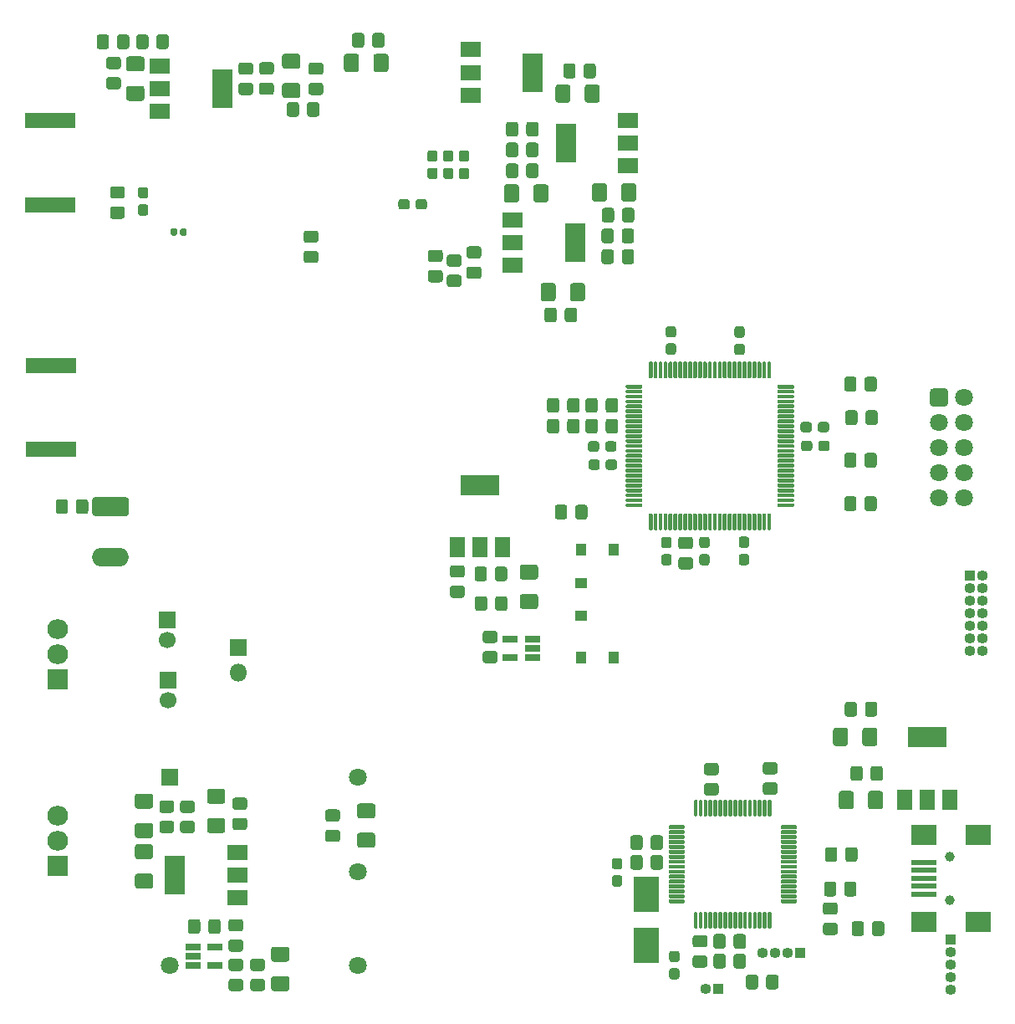
<source format=gbr>
%TF.GenerationSoftware,KiCad,Pcbnew,5.1.6-c6e7f7d~87~ubuntu20.04.1*%
%TF.CreationDate,2020-11-09T11:07:28+00:00*%
%TF.ProjectId,FrequencyCounter,46726571-7565-46e6-9379-436f756e7465,rev?*%
%TF.SameCoordinates,Original*%
%TF.FileFunction,Soldermask,Bot*%
%TF.FilePolarity,Negative*%
%FSLAX46Y46*%
G04 Gerber Fmt 4.6, Leading zero omitted, Abs format (unit mm)*
G04 Created by KiCad (PCBNEW 5.1.6-c6e7f7d~87~ubuntu20.04.1) date 2020-11-09 11:07:28*
%MOMM*%
%LPD*%
G01*
G04 APERTURE LIST*
%ADD10R,2.100000X3.900000*%
%ADD11R,2.100000X1.600000*%
%ADD12R,1.600000X2.100000*%
%ADD13R,3.900000X2.100000*%
%ADD14R,1.700000X1.700000*%
%ADD15C,1.700000*%
%ADD16R,1.000000X1.300000*%
%ADD17R,1.300000X1.000000*%
%ADD18R,5.180000X1.600000*%
%ADD19C,1.800000*%
%ADD20R,2.600000X2.100000*%
%ADD21R,2.600000X0.600000*%
%ADD22C,1.000000*%
%ADD23R,1.100000X1.100000*%
%ADD24O,1.100000X1.100000*%
%ADD25R,1.800000X1.800000*%
%ADD26O,1.800000X1.800000*%
%ADD27R,2.100000X2.005000*%
%ADD28O,2.100000X2.005000*%
%ADD29R,1.573200X0.658800*%
%ADD30O,3.700000X1.900000*%
%ADD31R,2.500000X3.600000*%
G04 APERTURE END LIST*
D10*
%TO.C,U28*%
X88250000Y-25850000D03*
D11*
X81950000Y-25850000D03*
X81950000Y-23550000D03*
X81950000Y-28150000D03*
%TD*%
%TO.C,U20*%
G36*
G01*
X102010000Y-109835000D02*
X102010000Y-109635000D01*
G75*
G02*
X102110000Y-109535000I100000J0D01*
G01*
X103560000Y-109535000D01*
G75*
G02*
X103660000Y-109635000I0J-100000D01*
G01*
X103660000Y-109835000D01*
G75*
G02*
X103560000Y-109935000I-100000J0D01*
G01*
X102110000Y-109935000D01*
G75*
G02*
X102010000Y-109835000I0J100000D01*
G01*
G37*
G36*
G01*
X102010000Y-109335000D02*
X102010000Y-109135000D01*
G75*
G02*
X102110000Y-109035000I100000J0D01*
G01*
X103560000Y-109035000D01*
G75*
G02*
X103660000Y-109135000I0J-100000D01*
G01*
X103660000Y-109335000D01*
G75*
G02*
X103560000Y-109435000I-100000J0D01*
G01*
X102110000Y-109435000D01*
G75*
G02*
X102010000Y-109335000I0J100000D01*
G01*
G37*
G36*
G01*
X102010000Y-108835000D02*
X102010000Y-108635000D01*
G75*
G02*
X102110000Y-108535000I100000J0D01*
G01*
X103560000Y-108535000D01*
G75*
G02*
X103660000Y-108635000I0J-100000D01*
G01*
X103660000Y-108835000D01*
G75*
G02*
X103560000Y-108935000I-100000J0D01*
G01*
X102110000Y-108935000D01*
G75*
G02*
X102010000Y-108835000I0J100000D01*
G01*
G37*
G36*
G01*
X102010000Y-108335000D02*
X102010000Y-108135000D01*
G75*
G02*
X102110000Y-108035000I100000J0D01*
G01*
X103560000Y-108035000D01*
G75*
G02*
X103660000Y-108135000I0J-100000D01*
G01*
X103660000Y-108335000D01*
G75*
G02*
X103560000Y-108435000I-100000J0D01*
G01*
X102110000Y-108435000D01*
G75*
G02*
X102010000Y-108335000I0J100000D01*
G01*
G37*
G36*
G01*
X102010000Y-107835000D02*
X102010000Y-107635000D01*
G75*
G02*
X102110000Y-107535000I100000J0D01*
G01*
X103560000Y-107535000D01*
G75*
G02*
X103660000Y-107635000I0J-100000D01*
G01*
X103660000Y-107835000D01*
G75*
G02*
X103560000Y-107935000I-100000J0D01*
G01*
X102110000Y-107935000D01*
G75*
G02*
X102010000Y-107835000I0J100000D01*
G01*
G37*
G36*
G01*
X102010000Y-107335000D02*
X102010000Y-107135000D01*
G75*
G02*
X102110000Y-107035000I100000J0D01*
G01*
X103560000Y-107035000D01*
G75*
G02*
X103660000Y-107135000I0J-100000D01*
G01*
X103660000Y-107335000D01*
G75*
G02*
X103560000Y-107435000I-100000J0D01*
G01*
X102110000Y-107435000D01*
G75*
G02*
X102010000Y-107335000I0J100000D01*
G01*
G37*
G36*
G01*
X102010000Y-106835000D02*
X102010000Y-106635000D01*
G75*
G02*
X102110000Y-106535000I100000J0D01*
G01*
X103560000Y-106535000D01*
G75*
G02*
X103660000Y-106635000I0J-100000D01*
G01*
X103660000Y-106835000D01*
G75*
G02*
X103560000Y-106935000I-100000J0D01*
G01*
X102110000Y-106935000D01*
G75*
G02*
X102010000Y-106835000I0J100000D01*
G01*
G37*
G36*
G01*
X102010000Y-106335000D02*
X102010000Y-106135000D01*
G75*
G02*
X102110000Y-106035000I100000J0D01*
G01*
X103560000Y-106035000D01*
G75*
G02*
X103660000Y-106135000I0J-100000D01*
G01*
X103660000Y-106335000D01*
G75*
G02*
X103560000Y-106435000I-100000J0D01*
G01*
X102110000Y-106435000D01*
G75*
G02*
X102010000Y-106335000I0J100000D01*
G01*
G37*
G36*
G01*
X102010000Y-105835000D02*
X102010000Y-105635000D01*
G75*
G02*
X102110000Y-105535000I100000J0D01*
G01*
X103560000Y-105535000D01*
G75*
G02*
X103660000Y-105635000I0J-100000D01*
G01*
X103660000Y-105835000D01*
G75*
G02*
X103560000Y-105935000I-100000J0D01*
G01*
X102110000Y-105935000D01*
G75*
G02*
X102010000Y-105835000I0J100000D01*
G01*
G37*
G36*
G01*
X102010000Y-105335000D02*
X102010000Y-105135000D01*
G75*
G02*
X102110000Y-105035000I100000J0D01*
G01*
X103560000Y-105035000D01*
G75*
G02*
X103660000Y-105135000I0J-100000D01*
G01*
X103660000Y-105335000D01*
G75*
G02*
X103560000Y-105435000I-100000J0D01*
G01*
X102110000Y-105435000D01*
G75*
G02*
X102010000Y-105335000I0J100000D01*
G01*
G37*
G36*
G01*
X102010000Y-104835000D02*
X102010000Y-104635000D01*
G75*
G02*
X102110000Y-104535000I100000J0D01*
G01*
X103560000Y-104535000D01*
G75*
G02*
X103660000Y-104635000I0J-100000D01*
G01*
X103660000Y-104835000D01*
G75*
G02*
X103560000Y-104935000I-100000J0D01*
G01*
X102110000Y-104935000D01*
G75*
G02*
X102010000Y-104835000I0J100000D01*
G01*
G37*
G36*
G01*
X102010000Y-104335000D02*
X102010000Y-104135000D01*
G75*
G02*
X102110000Y-104035000I100000J0D01*
G01*
X103560000Y-104035000D01*
G75*
G02*
X103660000Y-104135000I0J-100000D01*
G01*
X103660000Y-104335000D01*
G75*
G02*
X103560000Y-104435000I-100000J0D01*
G01*
X102110000Y-104435000D01*
G75*
G02*
X102010000Y-104335000I0J100000D01*
G01*
G37*
G36*
G01*
X102010000Y-103835000D02*
X102010000Y-103635000D01*
G75*
G02*
X102110000Y-103535000I100000J0D01*
G01*
X103560000Y-103535000D01*
G75*
G02*
X103660000Y-103635000I0J-100000D01*
G01*
X103660000Y-103835000D01*
G75*
G02*
X103560000Y-103935000I-100000J0D01*
G01*
X102110000Y-103935000D01*
G75*
G02*
X102010000Y-103835000I0J100000D01*
G01*
G37*
G36*
G01*
X102010000Y-103335000D02*
X102010000Y-103135000D01*
G75*
G02*
X102110000Y-103035000I100000J0D01*
G01*
X103560000Y-103035000D01*
G75*
G02*
X103660000Y-103135000I0J-100000D01*
G01*
X103660000Y-103335000D01*
G75*
G02*
X103560000Y-103435000I-100000J0D01*
G01*
X102110000Y-103435000D01*
G75*
G02*
X102010000Y-103335000I0J100000D01*
G01*
G37*
G36*
G01*
X102010000Y-102835000D02*
X102010000Y-102635000D01*
G75*
G02*
X102110000Y-102535000I100000J0D01*
G01*
X103560000Y-102535000D01*
G75*
G02*
X103660000Y-102635000I0J-100000D01*
G01*
X103660000Y-102835000D01*
G75*
G02*
X103560000Y-102935000I-100000J0D01*
G01*
X102110000Y-102935000D01*
G75*
G02*
X102010000Y-102835000I0J100000D01*
G01*
G37*
G36*
G01*
X102010000Y-102335000D02*
X102010000Y-102135000D01*
G75*
G02*
X102110000Y-102035000I100000J0D01*
G01*
X103560000Y-102035000D01*
G75*
G02*
X103660000Y-102135000I0J-100000D01*
G01*
X103660000Y-102335000D01*
G75*
G02*
X103560000Y-102435000I-100000J0D01*
G01*
X102110000Y-102435000D01*
G75*
G02*
X102010000Y-102335000I0J100000D01*
G01*
G37*
G36*
G01*
X104560000Y-101035000D02*
X104560000Y-99585000D01*
G75*
G02*
X104660000Y-99485000I100000J0D01*
G01*
X104860000Y-99485000D01*
G75*
G02*
X104960000Y-99585000I0J-100000D01*
G01*
X104960000Y-101035000D01*
G75*
G02*
X104860000Y-101135000I-100000J0D01*
G01*
X104660000Y-101135000D01*
G75*
G02*
X104560000Y-101035000I0J100000D01*
G01*
G37*
G36*
G01*
X105060000Y-101035000D02*
X105060000Y-99585000D01*
G75*
G02*
X105160000Y-99485000I100000J0D01*
G01*
X105360000Y-99485000D01*
G75*
G02*
X105460000Y-99585000I0J-100000D01*
G01*
X105460000Y-101035000D01*
G75*
G02*
X105360000Y-101135000I-100000J0D01*
G01*
X105160000Y-101135000D01*
G75*
G02*
X105060000Y-101035000I0J100000D01*
G01*
G37*
G36*
G01*
X105560000Y-101035000D02*
X105560000Y-99585000D01*
G75*
G02*
X105660000Y-99485000I100000J0D01*
G01*
X105860000Y-99485000D01*
G75*
G02*
X105960000Y-99585000I0J-100000D01*
G01*
X105960000Y-101035000D01*
G75*
G02*
X105860000Y-101135000I-100000J0D01*
G01*
X105660000Y-101135000D01*
G75*
G02*
X105560000Y-101035000I0J100000D01*
G01*
G37*
G36*
G01*
X106060000Y-101035000D02*
X106060000Y-99585000D01*
G75*
G02*
X106160000Y-99485000I100000J0D01*
G01*
X106360000Y-99485000D01*
G75*
G02*
X106460000Y-99585000I0J-100000D01*
G01*
X106460000Y-101035000D01*
G75*
G02*
X106360000Y-101135000I-100000J0D01*
G01*
X106160000Y-101135000D01*
G75*
G02*
X106060000Y-101035000I0J100000D01*
G01*
G37*
G36*
G01*
X106560000Y-101035000D02*
X106560000Y-99585000D01*
G75*
G02*
X106660000Y-99485000I100000J0D01*
G01*
X106860000Y-99485000D01*
G75*
G02*
X106960000Y-99585000I0J-100000D01*
G01*
X106960000Y-101035000D01*
G75*
G02*
X106860000Y-101135000I-100000J0D01*
G01*
X106660000Y-101135000D01*
G75*
G02*
X106560000Y-101035000I0J100000D01*
G01*
G37*
G36*
G01*
X107060000Y-101035000D02*
X107060000Y-99585000D01*
G75*
G02*
X107160000Y-99485000I100000J0D01*
G01*
X107360000Y-99485000D01*
G75*
G02*
X107460000Y-99585000I0J-100000D01*
G01*
X107460000Y-101035000D01*
G75*
G02*
X107360000Y-101135000I-100000J0D01*
G01*
X107160000Y-101135000D01*
G75*
G02*
X107060000Y-101035000I0J100000D01*
G01*
G37*
G36*
G01*
X107560000Y-101035000D02*
X107560000Y-99585000D01*
G75*
G02*
X107660000Y-99485000I100000J0D01*
G01*
X107860000Y-99485000D01*
G75*
G02*
X107960000Y-99585000I0J-100000D01*
G01*
X107960000Y-101035000D01*
G75*
G02*
X107860000Y-101135000I-100000J0D01*
G01*
X107660000Y-101135000D01*
G75*
G02*
X107560000Y-101035000I0J100000D01*
G01*
G37*
G36*
G01*
X108060000Y-101035000D02*
X108060000Y-99585000D01*
G75*
G02*
X108160000Y-99485000I100000J0D01*
G01*
X108360000Y-99485000D01*
G75*
G02*
X108460000Y-99585000I0J-100000D01*
G01*
X108460000Y-101035000D01*
G75*
G02*
X108360000Y-101135000I-100000J0D01*
G01*
X108160000Y-101135000D01*
G75*
G02*
X108060000Y-101035000I0J100000D01*
G01*
G37*
G36*
G01*
X108560000Y-101035000D02*
X108560000Y-99585000D01*
G75*
G02*
X108660000Y-99485000I100000J0D01*
G01*
X108860000Y-99485000D01*
G75*
G02*
X108960000Y-99585000I0J-100000D01*
G01*
X108960000Y-101035000D01*
G75*
G02*
X108860000Y-101135000I-100000J0D01*
G01*
X108660000Y-101135000D01*
G75*
G02*
X108560000Y-101035000I0J100000D01*
G01*
G37*
G36*
G01*
X109060000Y-101035000D02*
X109060000Y-99585000D01*
G75*
G02*
X109160000Y-99485000I100000J0D01*
G01*
X109360000Y-99485000D01*
G75*
G02*
X109460000Y-99585000I0J-100000D01*
G01*
X109460000Y-101035000D01*
G75*
G02*
X109360000Y-101135000I-100000J0D01*
G01*
X109160000Y-101135000D01*
G75*
G02*
X109060000Y-101035000I0J100000D01*
G01*
G37*
G36*
G01*
X109560000Y-101035000D02*
X109560000Y-99585000D01*
G75*
G02*
X109660000Y-99485000I100000J0D01*
G01*
X109860000Y-99485000D01*
G75*
G02*
X109960000Y-99585000I0J-100000D01*
G01*
X109960000Y-101035000D01*
G75*
G02*
X109860000Y-101135000I-100000J0D01*
G01*
X109660000Y-101135000D01*
G75*
G02*
X109560000Y-101035000I0J100000D01*
G01*
G37*
G36*
G01*
X110060000Y-101035000D02*
X110060000Y-99585000D01*
G75*
G02*
X110160000Y-99485000I100000J0D01*
G01*
X110360000Y-99485000D01*
G75*
G02*
X110460000Y-99585000I0J-100000D01*
G01*
X110460000Y-101035000D01*
G75*
G02*
X110360000Y-101135000I-100000J0D01*
G01*
X110160000Y-101135000D01*
G75*
G02*
X110060000Y-101035000I0J100000D01*
G01*
G37*
G36*
G01*
X110560000Y-101035000D02*
X110560000Y-99585000D01*
G75*
G02*
X110660000Y-99485000I100000J0D01*
G01*
X110860000Y-99485000D01*
G75*
G02*
X110960000Y-99585000I0J-100000D01*
G01*
X110960000Y-101035000D01*
G75*
G02*
X110860000Y-101135000I-100000J0D01*
G01*
X110660000Y-101135000D01*
G75*
G02*
X110560000Y-101035000I0J100000D01*
G01*
G37*
G36*
G01*
X111060000Y-101035000D02*
X111060000Y-99585000D01*
G75*
G02*
X111160000Y-99485000I100000J0D01*
G01*
X111360000Y-99485000D01*
G75*
G02*
X111460000Y-99585000I0J-100000D01*
G01*
X111460000Y-101035000D01*
G75*
G02*
X111360000Y-101135000I-100000J0D01*
G01*
X111160000Y-101135000D01*
G75*
G02*
X111060000Y-101035000I0J100000D01*
G01*
G37*
G36*
G01*
X111560000Y-101035000D02*
X111560000Y-99585000D01*
G75*
G02*
X111660000Y-99485000I100000J0D01*
G01*
X111860000Y-99485000D01*
G75*
G02*
X111960000Y-99585000I0J-100000D01*
G01*
X111960000Y-101035000D01*
G75*
G02*
X111860000Y-101135000I-100000J0D01*
G01*
X111660000Y-101135000D01*
G75*
G02*
X111560000Y-101035000I0J100000D01*
G01*
G37*
G36*
G01*
X112060000Y-101035000D02*
X112060000Y-99585000D01*
G75*
G02*
X112160000Y-99485000I100000J0D01*
G01*
X112360000Y-99485000D01*
G75*
G02*
X112460000Y-99585000I0J-100000D01*
G01*
X112460000Y-101035000D01*
G75*
G02*
X112360000Y-101135000I-100000J0D01*
G01*
X112160000Y-101135000D01*
G75*
G02*
X112060000Y-101035000I0J100000D01*
G01*
G37*
G36*
G01*
X113360000Y-102335000D02*
X113360000Y-102135000D01*
G75*
G02*
X113460000Y-102035000I100000J0D01*
G01*
X114910000Y-102035000D01*
G75*
G02*
X115010000Y-102135000I0J-100000D01*
G01*
X115010000Y-102335000D01*
G75*
G02*
X114910000Y-102435000I-100000J0D01*
G01*
X113460000Y-102435000D01*
G75*
G02*
X113360000Y-102335000I0J100000D01*
G01*
G37*
G36*
G01*
X113360000Y-102835000D02*
X113360000Y-102635000D01*
G75*
G02*
X113460000Y-102535000I100000J0D01*
G01*
X114910000Y-102535000D01*
G75*
G02*
X115010000Y-102635000I0J-100000D01*
G01*
X115010000Y-102835000D01*
G75*
G02*
X114910000Y-102935000I-100000J0D01*
G01*
X113460000Y-102935000D01*
G75*
G02*
X113360000Y-102835000I0J100000D01*
G01*
G37*
G36*
G01*
X113360000Y-103335000D02*
X113360000Y-103135000D01*
G75*
G02*
X113460000Y-103035000I100000J0D01*
G01*
X114910000Y-103035000D01*
G75*
G02*
X115010000Y-103135000I0J-100000D01*
G01*
X115010000Y-103335000D01*
G75*
G02*
X114910000Y-103435000I-100000J0D01*
G01*
X113460000Y-103435000D01*
G75*
G02*
X113360000Y-103335000I0J100000D01*
G01*
G37*
G36*
G01*
X113360000Y-103835000D02*
X113360000Y-103635000D01*
G75*
G02*
X113460000Y-103535000I100000J0D01*
G01*
X114910000Y-103535000D01*
G75*
G02*
X115010000Y-103635000I0J-100000D01*
G01*
X115010000Y-103835000D01*
G75*
G02*
X114910000Y-103935000I-100000J0D01*
G01*
X113460000Y-103935000D01*
G75*
G02*
X113360000Y-103835000I0J100000D01*
G01*
G37*
G36*
G01*
X113360000Y-104335000D02*
X113360000Y-104135000D01*
G75*
G02*
X113460000Y-104035000I100000J0D01*
G01*
X114910000Y-104035000D01*
G75*
G02*
X115010000Y-104135000I0J-100000D01*
G01*
X115010000Y-104335000D01*
G75*
G02*
X114910000Y-104435000I-100000J0D01*
G01*
X113460000Y-104435000D01*
G75*
G02*
X113360000Y-104335000I0J100000D01*
G01*
G37*
G36*
G01*
X113360000Y-104835000D02*
X113360000Y-104635000D01*
G75*
G02*
X113460000Y-104535000I100000J0D01*
G01*
X114910000Y-104535000D01*
G75*
G02*
X115010000Y-104635000I0J-100000D01*
G01*
X115010000Y-104835000D01*
G75*
G02*
X114910000Y-104935000I-100000J0D01*
G01*
X113460000Y-104935000D01*
G75*
G02*
X113360000Y-104835000I0J100000D01*
G01*
G37*
G36*
G01*
X113360000Y-105335000D02*
X113360000Y-105135000D01*
G75*
G02*
X113460000Y-105035000I100000J0D01*
G01*
X114910000Y-105035000D01*
G75*
G02*
X115010000Y-105135000I0J-100000D01*
G01*
X115010000Y-105335000D01*
G75*
G02*
X114910000Y-105435000I-100000J0D01*
G01*
X113460000Y-105435000D01*
G75*
G02*
X113360000Y-105335000I0J100000D01*
G01*
G37*
G36*
G01*
X113360000Y-105835000D02*
X113360000Y-105635000D01*
G75*
G02*
X113460000Y-105535000I100000J0D01*
G01*
X114910000Y-105535000D01*
G75*
G02*
X115010000Y-105635000I0J-100000D01*
G01*
X115010000Y-105835000D01*
G75*
G02*
X114910000Y-105935000I-100000J0D01*
G01*
X113460000Y-105935000D01*
G75*
G02*
X113360000Y-105835000I0J100000D01*
G01*
G37*
G36*
G01*
X113360000Y-106335000D02*
X113360000Y-106135000D01*
G75*
G02*
X113460000Y-106035000I100000J0D01*
G01*
X114910000Y-106035000D01*
G75*
G02*
X115010000Y-106135000I0J-100000D01*
G01*
X115010000Y-106335000D01*
G75*
G02*
X114910000Y-106435000I-100000J0D01*
G01*
X113460000Y-106435000D01*
G75*
G02*
X113360000Y-106335000I0J100000D01*
G01*
G37*
G36*
G01*
X113360000Y-106835000D02*
X113360000Y-106635000D01*
G75*
G02*
X113460000Y-106535000I100000J0D01*
G01*
X114910000Y-106535000D01*
G75*
G02*
X115010000Y-106635000I0J-100000D01*
G01*
X115010000Y-106835000D01*
G75*
G02*
X114910000Y-106935000I-100000J0D01*
G01*
X113460000Y-106935000D01*
G75*
G02*
X113360000Y-106835000I0J100000D01*
G01*
G37*
G36*
G01*
X113360000Y-107335000D02*
X113360000Y-107135000D01*
G75*
G02*
X113460000Y-107035000I100000J0D01*
G01*
X114910000Y-107035000D01*
G75*
G02*
X115010000Y-107135000I0J-100000D01*
G01*
X115010000Y-107335000D01*
G75*
G02*
X114910000Y-107435000I-100000J0D01*
G01*
X113460000Y-107435000D01*
G75*
G02*
X113360000Y-107335000I0J100000D01*
G01*
G37*
G36*
G01*
X113360000Y-107835000D02*
X113360000Y-107635000D01*
G75*
G02*
X113460000Y-107535000I100000J0D01*
G01*
X114910000Y-107535000D01*
G75*
G02*
X115010000Y-107635000I0J-100000D01*
G01*
X115010000Y-107835000D01*
G75*
G02*
X114910000Y-107935000I-100000J0D01*
G01*
X113460000Y-107935000D01*
G75*
G02*
X113360000Y-107835000I0J100000D01*
G01*
G37*
G36*
G01*
X113360000Y-108335000D02*
X113360000Y-108135000D01*
G75*
G02*
X113460000Y-108035000I100000J0D01*
G01*
X114910000Y-108035000D01*
G75*
G02*
X115010000Y-108135000I0J-100000D01*
G01*
X115010000Y-108335000D01*
G75*
G02*
X114910000Y-108435000I-100000J0D01*
G01*
X113460000Y-108435000D01*
G75*
G02*
X113360000Y-108335000I0J100000D01*
G01*
G37*
G36*
G01*
X113360000Y-108835000D02*
X113360000Y-108635000D01*
G75*
G02*
X113460000Y-108535000I100000J0D01*
G01*
X114910000Y-108535000D01*
G75*
G02*
X115010000Y-108635000I0J-100000D01*
G01*
X115010000Y-108835000D01*
G75*
G02*
X114910000Y-108935000I-100000J0D01*
G01*
X113460000Y-108935000D01*
G75*
G02*
X113360000Y-108835000I0J100000D01*
G01*
G37*
G36*
G01*
X113360000Y-109335000D02*
X113360000Y-109135000D01*
G75*
G02*
X113460000Y-109035000I100000J0D01*
G01*
X114910000Y-109035000D01*
G75*
G02*
X115010000Y-109135000I0J-100000D01*
G01*
X115010000Y-109335000D01*
G75*
G02*
X114910000Y-109435000I-100000J0D01*
G01*
X113460000Y-109435000D01*
G75*
G02*
X113360000Y-109335000I0J100000D01*
G01*
G37*
G36*
G01*
X113360000Y-109835000D02*
X113360000Y-109635000D01*
G75*
G02*
X113460000Y-109535000I100000J0D01*
G01*
X114910000Y-109535000D01*
G75*
G02*
X115010000Y-109635000I0J-100000D01*
G01*
X115010000Y-109835000D01*
G75*
G02*
X114910000Y-109935000I-100000J0D01*
G01*
X113460000Y-109935000D01*
G75*
G02*
X113360000Y-109835000I0J100000D01*
G01*
G37*
G36*
G01*
X112060000Y-112385000D02*
X112060000Y-110935000D01*
G75*
G02*
X112160000Y-110835000I100000J0D01*
G01*
X112360000Y-110835000D01*
G75*
G02*
X112460000Y-110935000I0J-100000D01*
G01*
X112460000Y-112385000D01*
G75*
G02*
X112360000Y-112485000I-100000J0D01*
G01*
X112160000Y-112485000D01*
G75*
G02*
X112060000Y-112385000I0J100000D01*
G01*
G37*
G36*
G01*
X111560000Y-112385000D02*
X111560000Y-110935000D01*
G75*
G02*
X111660000Y-110835000I100000J0D01*
G01*
X111860000Y-110835000D01*
G75*
G02*
X111960000Y-110935000I0J-100000D01*
G01*
X111960000Y-112385000D01*
G75*
G02*
X111860000Y-112485000I-100000J0D01*
G01*
X111660000Y-112485000D01*
G75*
G02*
X111560000Y-112385000I0J100000D01*
G01*
G37*
G36*
G01*
X111060000Y-112385000D02*
X111060000Y-110935000D01*
G75*
G02*
X111160000Y-110835000I100000J0D01*
G01*
X111360000Y-110835000D01*
G75*
G02*
X111460000Y-110935000I0J-100000D01*
G01*
X111460000Y-112385000D01*
G75*
G02*
X111360000Y-112485000I-100000J0D01*
G01*
X111160000Y-112485000D01*
G75*
G02*
X111060000Y-112385000I0J100000D01*
G01*
G37*
G36*
G01*
X110560000Y-112385000D02*
X110560000Y-110935000D01*
G75*
G02*
X110660000Y-110835000I100000J0D01*
G01*
X110860000Y-110835000D01*
G75*
G02*
X110960000Y-110935000I0J-100000D01*
G01*
X110960000Y-112385000D01*
G75*
G02*
X110860000Y-112485000I-100000J0D01*
G01*
X110660000Y-112485000D01*
G75*
G02*
X110560000Y-112385000I0J100000D01*
G01*
G37*
G36*
G01*
X110060000Y-112385000D02*
X110060000Y-110935000D01*
G75*
G02*
X110160000Y-110835000I100000J0D01*
G01*
X110360000Y-110835000D01*
G75*
G02*
X110460000Y-110935000I0J-100000D01*
G01*
X110460000Y-112385000D01*
G75*
G02*
X110360000Y-112485000I-100000J0D01*
G01*
X110160000Y-112485000D01*
G75*
G02*
X110060000Y-112385000I0J100000D01*
G01*
G37*
G36*
G01*
X109560000Y-112385000D02*
X109560000Y-110935000D01*
G75*
G02*
X109660000Y-110835000I100000J0D01*
G01*
X109860000Y-110835000D01*
G75*
G02*
X109960000Y-110935000I0J-100000D01*
G01*
X109960000Y-112385000D01*
G75*
G02*
X109860000Y-112485000I-100000J0D01*
G01*
X109660000Y-112485000D01*
G75*
G02*
X109560000Y-112385000I0J100000D01*
G01*
G37*
G36*
G01*
X109060000Y-112385000D02*
X109060000Y-110935000D01*
G75*
G02*
X109160000Y-110835000I100000J0D01*
G01*
X109360000Y-110835000D01*
G75*
G02*
X109460000Y-110935000I0J-100000D01*
G01*
X109460000Y-112385000D01*
G75*
G02*
X109360000Y-112485000I-100000J0D01*
G01*
X109160000Y-112485000D01*
G75*
G02*
X109060000Y-112385000I0J100000D01*
G01*
G37*
G36*
G01*
X108560000Y-112385000D02*
X108560000Y-110935000D01*
G75*
G02*
X108660000Y-110835000I100000J0D01*
G01*
X108860000Y-110835000D01*
G75*
G02*
X108960000Y-110935000I0J-100000D01*
G01*
X108960000Y-112385000D01*
G75*
G02*
X108860000Y-112485000I-100000J0D01*
G01*
X108660000Y-112485000D01*
G75*
G02*
X108560000Y-112385000I0J100000D01*
G01*
G37*
G36*
G01*
X108060000Y-112385000D02*
X108060000Y-110935000D01*
G75*
G02*
X108160000Y-110835000I100000J0D01*
G01*
X108360000Y-110835000D01*
G75*
G02*
X108460000Y-110935000I0J-100000D01*
G01*
X108460000Y-112385000D01*
G75*
G02*
X108360000Y-112485000I-100000J0D01*
G01*
X108160000Y-112485000D01*
G75*
G02*
X108060000Y-112385000I0J100000D01*
G01*
G37*
G36*
G01*
X107560000Y-112385000D02*
X107560000Y-110935000D01*
G75*
G02*
X107660000Y-110835000I100000J0D01*
G01*
X107860000Y-110835000D01*
G75*
G02*
X107960000Y-110935000I0J-100000D01*
G01*
X107960000Y-112385000D01*
G75*
G02*
X107860000Y-112485000I-100000J0D01*
G01*
X107660000Y-112485000D01*
G75*
G02*
X107560000Y-112385000I0J100000D01*
G01*
G37*
G36*
G01*
X107060000Y-112385000D02*
X107060000Y-110935000D01*
G75*
G02*
X107160000Y-110835000I100000J0D01*
G01*
X107360000Y-110835000D01*
G75*
G02*
X107460000Y-110935000I0J-100000D01*
G01*
X107460000Y-112385000D01*
G75*
G02*
X107360000Y-112485000I-100000J0D01*
G01*
X107160000Y-112485000D01*
G75*
G02*
X107060000Y-112385000I0J100000D01*
G01*
G37*
G36*
G01*
X106560000Y-112385000D02*
X106560000Y-110935000D01*
G75*
G02*
X106660000Y-110835000I100000J0D01*
G01*
X106860000Y-110835000D01*
G75*
G02*
X106960000Y-110935000I0J-100000D01*
G01*
X106960000Y-112385000D01*
G75*
G02*
X106860000Y-112485000I-100000J0D01*
G01*
X106660000Y-112485000D01*
G75*
G02*
X106560000Y-112385000I0J100000D01*
G01*
G37*
G36*
G01*
X106060000Y-112385000D02*
X106060000Y-110935000D01*
G75*
G02*
X106160000Y-110835000I100000J0D01*
G01*
X106360000Y-110835000D01*
G75*
G02*
X106460000Y-110935000I0J-100000D01*
G01*
X106460000Y-112385000D01*
G75*
G02*
X106360000Y-112485000I-100000J0D01*
G01*
X106160000Y-112485000D01*
G75*
G02*
X106060000Y-112385000I0J100000D01*
G01*
G37*
G36*
G01*
X105560000Y-112385000D02*
X105560000Y-110935000D01*
G75*
G02*
X105660000Y-110835000I100000J0D01*
G01*
X105860000Y-110835000D01*
G75*
G02*
X105960000Y-110935000I0J-100000D01*
G01*
X105960000Y-112385000D01*
G75*
G02*
X105860000Y-112485000I-100000J0D01*
G01*
X105660000Y-112485000D01*
G75*
G02*
X105560000Y-112385000I0J100000D01*
G01*
G37*
G36*
G01*
X105060000Y-112385000D02*
X105060000Y-110935000D01*
G75*
G02*
X105160000Y-110835000I100000J0D01*
G01*
X105360000Y-110835000D01*
G75*
G02*
X105460000Y-110935000I0J-100000D01*
G01*
X105460000Y-112385000D01*
G75*
G02*
X105360000Y-112485000I-100000J0D01*
G01*
X105160000Y-112485000D01*
G75*
G02*
X105060000Y-112385000I0J100000D01*
G01*
G37*
G36*
G01*
X104560000Y-112385000D02*
X104560000Y-110935000D01*
G75*
G02*
X104660000Y-110835000I100000J0D01*
G01*
X104860000Y-110835000D01*
G75*
G02*
X104960000Y-110935000I0J-100000D01*
G01*
X104960000Y-112385000D01*
G75*
G02*
X104860000Y-112485000I-100000J0D01*
G01*
X104660000Y-112485000D01*
G75*
G02*
X104560000Y-112385000I0J100000D01*
G01*
G37*
%TD*%
%TO.C,C80*%
G36*
G01*
X47342544Y-27212500D02*
X48657456Y-27212500D01*
G75*
G02*
X48925000Y-27480044I0J-267544D01*
G01*
X48925000Y-28469956D01*
G75*
G02*
X48657456Y-28737500I-267544J0D01*
G01*
X47342544Y-28737500D01*
G75*
G02*
X47075000Y-28469956I0J267544D01*
G01*
X47075000Y-27480044D01*
G75*
G02*
X47342544Y-27212500I267544J0D01*
G01*
G37*
G36*
G01*
X47342544Y-24237500D02*
X48657456Y-24237500D01*
G75*
G02*
X48925000Y-24505044I0J-267544D01*
G01*
X48925000Y-25494956D01*
G75*
G02*
X48657456Y-25762500I-267544J0D01*
G01*
X47342544Y-25762500D01*
G75*
G02*
X47075000Y-25494956I0J267544D01*
G01*
X47075000Y-24505044D01*
G75*
G02*
X47342544Y-24237500I267544J0D01*
G01*
G37*
%TD*%
D12*
%TO.C,U21*%
X130500000Y-99450000D03*
X125900000Y-99450000D03*
X128200000Y-99450000D03*
D13*
X128200000Y-93150000D03*
%TD*%
%TO.C,C58*%
G36*
G01*
X105387500Y-74600000D02*
X105912500Y-74600000D01*
G75*
G02*
X106175000Y-74862500I0J-262500D01*
G01*
X106175000Y-75487500D01*
G75*
G02*
X105912500Y-75750000I-262500J0D01*
G01*
X105387500Y-75750000D01*
G75*
G02*
X105125000Y-75487500I0J262500D01*
G01*
X105125000Y-74862500D01*
G75*
G02*
X105387500Y-74600000I262500J0D01*
G01*
G37*
G36*
G01*
X105387500Y-72850000D02*
X105912500Y-72850000D01*
G75*
G02*
X106175000Y-73112500I0J-262500D01*
G01*
X106175000Y-73737500D01*
G75*
G02*
X105912500Y-74000000I-262500J0D01*
G01*
X105387500Y-74000000D01*
G75*
G02*
X105125000Y-73737500I0J262500D01*
G01*
X105125000Y-73112500D01*
G75*
G02*
X105387500Y-72850000I262500J0D01*
G01*
G37*
%TD*%
%TO.C,C57*%
G36*
G01*
X102512500Y-52675000D02*
X101987500Y-52675000D01*
G75*
G02*
X101725000Y-52412500I0J262500D01*
G01*
X101725000Y-51787500D01*
G75*
G02*
X101987500Y-51525000I262500J0D01*
G01*
X102512500Y-51525000D01*
G75*
G02*
X102775000Y-51787500I0J-262500D01*
G01*
X102775000Y-52412500D01*
G75*
G02*
X102512500Y-52675000I-262500J0D01*
G01*
G37*
G36*
G01*
X102512500Y-54425000D02*
X101987500Y-54425000D01*
G75*
G02*
X101725000Y-54162500I0J262500D01*
G01*
X101725000Y-53537500D01*
G75*
G02*
X101987500Y-53275000I262500J0D01*
G01*
X102512500Y-53275000D01*
G75*
G02*
X102775000Y-53537500I0J-262500D01*
G01*
X102775000Y-54162500D01*
G75*
G02*
X102512500Y-54425000I-262500J0D01*
G01*
G37*
%TD*%
%TO.C,C56*%
G36*
G01*
X95050000Y-65287500D02*
X95050000Y-65812500D01*
G75*
G02*
X94787500Y-66075000I-262500J0D01*
G01*
X94162500Y-66075000D01*
G75*
G02*
X93900000Y-65812500I0J262500D01*
G01*
X93900000Y-65287500D01*
G75*
G02*
X94162500Y-65025000I262500J0D01*
G01*
X94787500Y-65025000D01*
G75*
G02*
X95050000Y-65287500I0J-262500D01*
G01*
G37*
G36*
G01*
X96800000Y-65287500D02*
X96800000Y-65812500D01*
G75*
G02*
X96537500Y-66075000I-262500J0D01*
G01*
X95912500Y-66075000D01*
G75*
G02*
X95650000Y-65812500I0J262500D01*
G01*
X95650000Y-65287500D01*
G75*
G02*
X95912500Y-65025000I262500J0D01*
G01*
X96537500Y-65025000D01*
G75*
G02*
X96800000Y-65287500I0J-262500D01*
G01*
G37*
%TD*%
%TO.C,C55*%
G36*
G01*
X101537500Y-74600000D02*
X102062500Y-74600000D01*
G75*
G02*
X102325000Y-74862500I0J-262500D01*
G01*
X102325000Y-75487500D01*
G75*
G02*
X102062500Y-75750000I-262500J0D01*
G01*
X101537500Y-75750000D01*
G75*
G02*
X101275000Y-75487500I0J262500D01*
G01*
X101275000Y-74862500D01*
G75*
G02*
X101537500Y-74600000I262500J0D01*
G01*
G37*
G36*
G01*
X101537500Y-72850000D02*
X102062500Y-72850000D01*
G75*
G02*
X102325000Y-73112500I0J-262500D01*
G01*
X102325000Y-73737500D01*
G75*
G02*
X102062500Y-74000000I-262500J0D01*
G01*
X101537500Y-74000000D01*
G75*
G02*
X101275000Y-73737500I0J262500D01*
G01*
X101275000Y-73112500D01*
G75*
G02*
X101537500Y-72850000I262500J0D01*
G01*
G37*
%TD*%
%TO.C,C54*%
G36*
G01*
X109387500Y-74575000D02*
X109912500Y-74575000D01*
G75*
G02*
X110175000Y-74837500I0J-262500D01*
G01*
X110175000Y-75462500D01*
G75*
G02*
X109912500Y-75725000I-262500J0D01*
G01*
X109387500Y-75725000D01*
G75*
G02*
X109125000Y-75462500I0J262500D01*
G01*
X109125000Y-74837500D01*
G75*
G02*
X109387500Y-74575000I262500J0D01*
G01*
G37*
G36*
G01*
X109387500Y-72825000D02*
X109912500Y-72825000D01*
G75*
G02*
X110175000Y-73087500I0J-262500D01*
G01*
X110175000Y-73712500D01*
G75*
G02*
X109912500Y-73975000I-262500J0D01*
G01*
X109387500Y-73975000D01*
G75*
G02*
X109125000Y-73712500I0J262500D01*
G01*
X109125000Y-73087500D01*
G75*
G02*
X109387500Y-72825000I262500J0D01*
G01*
G37*
%TD*%
%TO.C,C53*%
G36*
G01*
X109462500Y-52700000D02*
X108937500Y-52700000D01*
G75*
G02*
X108675000Y-52437500I0J262500D01*
G01*
X108675000Y-51812500D01*
G75*
G02*
X108937500Y-51550000I262500J0D01*
G01*
X109462500Y-51550000D01*
G75*
G02*
X109725000Y-51812500I0J-262500D01*
G01*
X109725000Y-52437500D01*
G75*
G02*
X109462500Y-52700000I-262500J0D01*
G01*
G37*
G36*
G01*
X109462500Y-54450000D02*
X108937500Y-54450000D01*
G75*
G02*
X108675000Y-54187500I0J262500D01*
G01*
X108675000Y-53562500D01*
G75*
G02*
X108937500Y-53300000I262500J0D01*
G01*
X109462500Y-53300000D01*
G75*
G02*
X109725000Y-53562500I0J-262500D01*
G01*
X109725000Y-54187500D01*
G75*
G02*
X109462500Y-54450000I-262500J0D01*
G01*
G37*
%TD*%
%TO.C,C52*%
G36*
G01*
X117175000Y-63912500D02*
X117175000Y-63387500D01*
G75*
G02*
X117437500Y-63125000I262500J0D01*
G01*
X118062500Y-63125000D01*
G75*
G02*
X118325000Y-63387500I0J-262500D01*
G01*
X118325000Y-63912500D01*
G75*
G02*
X118062500Y-64175000I-262500J0D01*
G01*
X117437500Y-64175000D01*
G75*
G02*
X117175000Y-63912500I0J262500D01*
G01*
G37*
G36*
G01*
X115425000Y-63912500D02*
X115425000Y-63387500D01*
G75*
G02*
X115687500Y-63125000I262500J0D01*
G01*
X116312500Y-63125000D01*
G75*
G02*
X116575000Y-63387500I0J-262500D01*
G01*
X116575000Y-63912500D01*
G75*
G02*
X116312500Y-64175000I-262500J0D01*
G01*
X115687500Y-64175000D01*
G75*
G02*
X115425000Y-63912500I0J262500D01*
G01*
G37*
%TD*%
%TO.C,C51*%
G36*
G01*
X94995000Y-63447500D02*
X94995000Y-63972500D01*
G75*
G02*
X94732500Y-64235000I-262500J0D01*
G01*
X94107500Y-64235000D01*
G75*
G02*
X93845000Y-63972500I0J262500D01*
G01*
X93845000Y-63447500D01*
G75*
G02*
X94107500Y-63185000I262500J0D01*
G01*
X94732500Y-63185000D01*
G75*
G02*
X94995000Y-63447500I0J-262500D01*
G01*
G37*
G36*
G01*
X96745000Y-63447500D02*
X96745000Y-63972500D01*
G75*
G02*
X96482500Y-64235000I-262500J0D01*
G01*
X95857500Y-64235000D01*
G75*
G02*
X95595000Y-63972500I0J262500D01*
G01*
X95595000Y-63447500D01*
G75*
G02*
X95857500Y-63185000I262500J0D01*
G01*
X96482500Y-63185000D01*
G75*
G02*
X96745000Y-63447500I0J-262500D01*
G01*
G37*
%TD*%
%TO.C,C50*%
G36*
G01*
X117125000Y-62012500D02*
X117125000Y-61487500D01*
G75*
G02*
X117387500Y-61225000I262500J0D01*
G01*
X118012500Y-61225000D01*
G75*
G02*
X118275000Y-61487500I0J-262500D01*
G01*
X118275000Y-62012500D01*
G75*
G02*
X118012500Y-62275000I-262500J0D01*
G01*
X117387500Y-62275000D01*
G75*
G02*
X117125000Y-62012500I0J262500D01*
G01*
G37*
G36*
G01*
X115375000Y-62012500D02*
X115375000Y-61487500D01*
G75*
G02*
X115637500Y-61225000I262500J0D01*
G01*
X116262500Y-61225000D01*
G75*
G02*
X116525000Y-61487500I0J-262500D01*
G01*
X116525000Y-62012500D01*
G75*
G02*
X116262500Y-62275000I-262500J0D01*
G01*
X115637500Y-62275000D01*
G75*
G02*
X115375000Y-62012500I0J262500D01*
G01*
G37*
%TD*%
%TO.C,C34*%
G36*
G01*
X75800000Y-38937500D02*
X75800000Y-39462500D01*
G75*
G02*
X75537500Y-39725000I-262500J0D01*
G01*
X74912500Y-39725000D01*
G75*
G02*
X74650000Y-39462500I0J262500D01*
G01*
X74650000Y-38937500D01*
G75*
G02*
X74912500Y-38675000I262500J0D01*
G01*
X75537500Y-38675000D01*
G75*
G02*
X75800000Y-38937500I0J-262500D01*
G01*
G37*
G36*
G01*
X77550000Y-38937500D02*
X77550000Y-39462500D01*
G75*
G02*
X77287500Y-39725000I-262500J0D01*
G01*
X76662500Y-39725000D01*
G75*
G02*
X76400000Y-39462500I0J262500D01*
G01*
X76400000Y-38937500D01*
G75*
G02*
X76662500Y-38675000I262500J0D01*
G01*
X77287500Y-38675000D01*
G75*
G02*
X77550000Y-38937500I0J-262500D01*
G01*
G37*
%TD*%
%TO.C,C12*%
G36*
G01*
X79962500Y-34900000D02*
X79437500Y-34900000D01*
G75*
G02*
X79175000Y-34637500I0J262500D01*
G01*
X79175000Y-34012500D01*
G75*
G02*
X79437500Y-33750000I262500J0D01*
G01*
X79962500Y-33750000D01*
G75*
G02*
X80225000Y-34012500I0J-262500D01*
G01*
X80225000Y-34637500D01*
G75*
G02*
X79962500Y-34900000I-262500J0D01*
G01*
G37*
G36*
G01*
X79962500Y-36650000D02*
X79437500Y-36650000D01*
G75*
G02*
X79175000Y-36387500I0J262500D01*
G01*
X79175000Y-35762500D01*
G75*
G02*
X79437500Y-35500000I262500J0D01*
G01*
X79962500Y-35500000D01*
G75*
G02*
X80225000Y-35762500I0J-262500D01*
G01*
X80225000Y-36387500D01*
G75*
G02*
X79962500Y-36650000I-262500J0D01*
G01*
G37*
%TD*%
D14*
%TO.C,C1*%
X51322000Y-87352000D03*
D15*
X51322000Y-89352000D03*
%TD*%
%TO.C,C3*%
X51222000Y-83252000D03*
D14*
X51222000Y-81252000D03*
%TD*%
%TO.C,C6*%
G36*
G01*
X48537500Y-39200000D02*
X49062500Y-39200000D01*
G75*
G02*
X49325000Y-39462500I0J-262500D01*
G01*
X49325000Y-40087500D01*
G75*
G02*
X49062500Y-40350000I-262500J0D01*
G01*
X48537500Y-40350000D01*
G75*
G02*
X48275000Y-40087500I0J262500D01*
G01*
X48275000Y-39462500D01*
G75*
G02*
X48537500Y-39200000I262500J0D01*
G01*
G37*
G36*
G01*
X48537500Y-37450000D02*
X49062500Y-37450000D01*
G75*
G02*
X49325000Y-37712500I0J-262500D01*
G01*
X49325000Y-38337500D01*
G75*
G02*
X49062500Y-38600000I-262500J0D01*
G01*
X48537500Y-38600000D01*
G75*
G02*
X48275000Y-38337500I0J262500D01*
G01*
X48275000Y-37712500D01*
G75*
G02*
X48537500Y-37450000I262500J0D01*
G01*
G37*
%TD*%
%TO.C,C7*%
G36*
G01*
X45721738Y-37375000D02*
X46678262Y-37375000D01*
G75*
G02*
X46950000Y-37646738I0J-271738D01*
G01*
X46950000Y-38353262D01*
G75*
G02*
X46678262Y-38625000I-271738J0D01*
G01*
X45721738Y-38625000D01*
G75*
G02*
X45450000Y-38353262I0J271738D01*
G01*
X45450000Y-37646738D01*
G75*
G02*
X45721738Y-37375000I271738J0D01*
G01*
G37*
G36*
G01*
X45721738Y-39425000D02*
X46678262Y-39425000D01*
G75*
G02*
X46950000Y-39696738I0J-271738D01*
G01*
X46950000Y-40403262D01*
G75*
G02*
X46678262Y-40675000I-271738J0D01*
G01*
X45721738Y-40675000D01*
G75*
G02*
X45450000Y-40403262I0J271738D01*
G01*
X45450000Y-39696738D01*
G75*
G02*
X45721738Y-39425000I271738J0D01*
G01*
G37*
%TD*%
%TO.C,C9*%
G36*
G01*
X52260000Y-41802500D02*
X52260000Y-42197500D01*
G75*
G02*
X52087500Y-42370000I-172500J0D01*
G01*
X51742500Y-42370000D01*
G75*
G02*
X51570000Y-42197500I0J172500D01*
G01*
X51570000Y-41802500D01*
G75*
G02*
X51742500Y-41630000I172500J0D01*
G01*
X52087500Y-41630000D01*
G75*
G02*
X52260000Y-41802500I0J-172500D01*
G01*
G37*
G36*
G01*
X53230000Y-41802500D02*
X53230000Y-42197500D01*
G75*
G02*
X53057500Y-42370000I-172500J0D01*
G01*
X52712500Y-42370000D01*
G75*
G02*
X52540000Y-42197500I0J172500D01*
G01*
X52540000Y-41802500D01*
G75*
G02*
X52712500Y-41630000I172500J0D01*
G01*
X53057500Y-41630000D01*
G75*
G02*
X53230000Y-41802500I0J-172500D01*
G01*
G37*
%TD*%
%TO.C,C13*%
G36*
G01*
X78362500Y-36650000D02*
X77837500Y-36650000D01*
G75*
G02*
X77575000Y-36387500I0J262500D01*
G01*
X77575000Y-35762500D01*
G75*
G02*
X77837500Y-35500000I262500J0D01*
G01*
X78362500Y-35500000D01*
G75*
G02*
X78625000Y-35762500I0J-262500D01*
G01*
X78625000Y-36387500D01*
G75*
G02*
X78362500Y-36650000I-262500J0D01*
G01*
G37*
G36*
G01*
X78362500Y-34900000D02*
X77837500Y-34900000D01*
G75*
G02*
X77575000Y-34637500I0J262500D01*
G01*
X77575000Y-34012500D01*
G75*
G02*
X77837500Y-33750000I262500J0D01*
G01*
X78362500Y-33750000D01*
G75*
G02*
X78625000Y-34012500I0J-262500D01*
G01*
X78625000Y-34637500D01*
G75*
G02*
X78362500Y-34900000I-262500J0D01*
G01*
G37*
%TD*%
%TO.C,C15*%
G36*
G01*
X86800000Y-31121738D02*
X86800000Y-32078262D01*
G75*
G02*
X86528262Y-32350000I-271738J0D01*
G01*
X85821738Y-32350000D01*
G75*
G02*
X85550000Y-32078262I0J271738D01*
G01*
X85550000Y-31121738D01*
G75*
G02*
X85821738Y-30850000I271738J0D01*
G01*
X86528262Y-30850000D01*
G75*
G02*
X86800000Y-31121738I0J-271738D01*
G01*
G37*
G36*
G01*
X88850000Y-31121738D02*
X88850000Y-32078262D01*
G75*
G02*
X88578262Y-32350000I-271738J0D01*
G01*
X87871738Y-32350000D01*
G75*
G02*
X87600000Y-32078262I0J271738D01*
G01*
X87600000Y-31121738D01*
G75*
G02*
X87871738Y-30850000I271738J0D01*
G01*
X88578262Y-30850000D01*
G75*
G02*
X88850000Y-31121738I0J-271738D01*
G01*
G37*
%TD*%
%TO.C,C16*%
G36*
G01*
X97275000Y-44978262D02*
X97275000Y-44021738D01*
G75*
G02*
X97546738Y-43750000I271738J0D01*
G01*
X98253262Y-43750000D01*
G75*
G02*
X98525000Y-44021738I0J-271738D01*
G01*
X98525000Y-44978262D01*
G75*
G02*
X98253262Y-45250000I-271738J0D01*
G01*
X97546738Y-45250000D01*
G75*
G02*
X97275000Y-44978262I0J271738D01*
G01*
G37*
G36*
G01*
X95225000Y-44978262D02*
X95225000Y-44021738D01*
G75*
G02*
X95496738Y-43750000I271738J0D01*
G01*
X96203262Y-43750000D01*
G75*
G02*
X96475000Y-44021738I0J-271738D01*
G01*
X96475000Y-44978262D01*
G75*
G02*
X96203262Y-45250000I-271738J0D01*
G01*
X95496738Y-45250000D01*
G75*
G02*
X95225000Y-44978262I0J271738D01*
G01*
G37*
%TD*%
%TO.C,C19*%
G36*
G01*
X81562500Y-34900000D02*
X81037500Y-34900000D01*
G75*
G02*
X80775000Y-34637500I0J262500D01*
G01*
X80775000Y-34012500D01*
G75*
G02*
X81037500Y-33750000I262500J0D01*
G01*
X81562500Y-33750000D01*
G75*
G02*
X81825000Y-34012500I0J-262500D01*
G01*
X81825000Y-34637500D01*
G75*
G02*
X81562500Y-34900000I-262500J0D01*
G01*
G37*
G36*
G01*
X81562500Y-36650000D02*
X81037500Y-36650000D01*
G75*
G02*
X80775000Y-36387500I0J262500D01*
G01*
X80775000Y-35762500D01*
G75*
G02*
X81037500Y-35500000I262500J0D01*
G01*
X81562500Y-35500000D01*
G75*
G02*
X81825000Y-35762500I0J-262500D01*
G01*
X81825000Y-36387500D01*
G75*
G02*
X81562500Y-36650000I-262500J0D01*
G01*
G37*
%TD*%
%TO.C,C21*%
G36*
G01*
X87600000Y-36278262D02*
X87600000Y-35321738D01*
G75*
G02*
X87871738Y-35050000I271738J0D01*
G01*
X88578262Y-35050000D01*
G75*
G02*
X88850000Y-35321738I0J-271738D01*
G01*
X88850000Y-36278262D01*
G75*
G02*
X88578262Y-36550000I-271738J0D01*
G01*
X87871738Y-36550000D01*
G75*
G02*
X87600000Y-36278262I0J271738D01*
G01*
G37*
G36*
G01*
X85550000Y-36278262D02*
X85550000Y-35321738D01*
G75*
G02*
X85821738Y-35050000I271738J0D01*
G01*
X86528262Y-35050000D01*
G75*
G02*
X86800000Y-35321738I0J-271738D01*
G01*
X86800000Y-36278262D01*
G75*
G02*
X86528262Y-36550000I-271738J0D01*
G01*
X85821738Y-36550000D01*
G75*
G02*
X85550000Y-36278262I0J271738D01*
G01*
G37*
%TD*%
%TO.C,C22*%
G36*
G01*
X98550000Y-39821738D02*
X98550000Y-40778262D01*
G75*
G02*
X98278262Y-41050000I-271738J0D01*
G01*
X97571738Y-41050000D01*
G75*
G02*
X97300000Y-40778262I0J271738D01*
G01*
X97300000Y-39821738D01*
G75*
G02*
X97571738Y-39550000I271738J0D01*
G01*
X98278262Y-39550000D01*
G75*
G02*
X98550000Y-39821738I0J-271738D01*
G01*
G37*
G36*
G01*
X96500000Y-39821738D02*
X96500000Y-40778262D01*
G75*
G02*
X96228262Y-41050000I-271738J0D01*
G01*
X95521738Y-41050000D01*
G75*
G02*
X95250000Y-40778262I0J271738D01*
G01*
X95250000Y-39821738D01*
G75*
G02*
X95521738Y-39550000I271738J0D01*
G01*
X96228262Y-39550000D01*
G75*
G02*
X96500000Y-39821738I0J-271738D01*
G01*
G37*
%TD*%
%TO.C,C23*%
G36*
G01*
X85350000Y-38757456D02*
X85350000Y-37442544D01*
G75*
G02*
X85617544Y-37175000I267544J0D01*
G01*
X86607456Y-37175000D01*
G75*
G02*
X86875000Y-37442544I0J-267544D01*
G01*
X86875000Y-38757456D01*
G75*
G02*
X86607456Y-39025000I-267544J0D01*
G01*
X85617544Y-39025000D01*
G75*
G02*
X85350000Y-38757456I0J267544D01*
G01*
G37*
G36*
G01*
X88325000Y-38757456D02*
X88325000Y-37442544D01*
G75*
G02*
X88592544Y-37175000I267544J0D01*
G01*
X89582456Y-37175000D01*
G75*
G02*
X89850000Y-37442544I0J-267544D01*
G01*
X89850000Y-38757456D01*
G75*
G02*
X89582456Y-39025000I-267544J0D01*
G01*
X88592544Y-39025000D01*
G75*
G02*
X88325000Y-38757456I0J267544D01*
G01*
G37*
%TD*%
%TO.C,C24*%
G36*
G01*
X98750000Y-37342544D02*
X98750000Y-38657456D01*
G75*
G02*
X98482456Y-38925000I-267544J0D01*
G01*
X97492544Y-38925000D01*
G75*
G02*
X97225000Y-38657456I0J267544D01*
G01*
X97225000Y-37342544D01*
G75*
G02*
X97492544Y-37075000I267544J0D01*
G01*
X98482456Y-37075000D01*
G75*
G02*
X98750000Y-37342544I0J-267544D01*
G01*
G37*
G36*
G01*
X95775000Y-37342544D02*
X95775000Y-38657456D01*
G75*
G02*
X95507456Y-38925000I-267544J0D01*
G01*
X94517544Y-38925000D01*
G75*
G02*
X94250000Y-38657456I0J267544D01*
G01*
X94250000Y-37342544D01*
G75*
G02*
X94517544Y-37075000I267544J0D01*
G01*
X95507456Y-37075000D01*
G75*
G02*
X95775000Y-37342544I0J-267544D01*
G01*
G37*
%TD*%
%TO.C,C29*%
G36*
G01*
X90575000Y-47442544D02*
X90575000Y-48757456D01*
G75*
G02*
X90307456Y-49025000I-267544J0D01*
G01*
X89317544Y-49025000D01*
G75*
G02*
X89050000Y-48757456I0J267544D01*
G01*
X89050000Y-47442544D01*
G75*
G02*
X89317544Y-47175000I267544J0D01*
G01*
X90307456Y-47175000D01*
G75*
G02*
X90575000Y-47442544I0J-267544D01*
G01*
G37*
G36*
G01*
X93550000Y-47442544D02*
X93550000Y-48757456D01*
G75*
G02*
X93282456Y-49025000I-267544J0D01*
G01*
X92292544Y-49025000D01*
G75*
G02*
X92025000Y-48757456I0J267544D01*
G01*
X92025000Y-47442544D01*
G75*
G02*
X92292544Y-47175000I267544J0D01*
G01*
X93282456Y-47175000D01*
G75*
G02*
X93550000Y-47442544I0J-267544D01*
G01*
G37*
%TD*%
%TO.C,C30*%
G36*
G01*
X93525000Y-28657456D02*
X93525000Y-27342544D01*
G75*
G02*
X93792544Y-27075000I267544J0D01*
G01*
X94782456Y-27075000D01*
G75*
G02*
X95050000Y-27342544I0J-267544D01*
G01*
X95050000Y-28657456D01*
G75*
G02*
X94782456Y-28925000I-267544J0D01*
G01*
X93792544Y-28925000D01*
G75*
G02*
X93525000Y-28657456I0J267544D01*
G01*
G37*
G36*
G01*
X90550000Y-28657456D02*
X90550000Y-27342544D01*
G75*
G02*
X90817544Y-27075000I267544J0D01*
G01*
X91807456Y-27075000D01*
G75*
G02*
X92075000Y-27342544I0J-267544D01*
G01*
X92075000Y-28657456D01*
G75*
G02*
X91807456Y-28925000I-267544J0D01*
G01*
X90817544Y-28925000D01*
G75*
G02*
X90550000Y-28657456I0J267544D01*
G01*
G37*
%TD*%
%TO.C,C32*%
G36*
G01*
X90700000Y-49921738D02*
X90700000Y-50878262D01*
G75*
G02*
X90428262Y-51150000I-271738J0D01*
G01*
X89721738Y-51150000D01*
G75*
G02*
X89450000Y-50878262I0J271738D01*
G01*
X89450000Y-49921738D01*
G75*
G02*
X89721738Y-49650000I271738J0D01*
G01*
X90428262Y-49650000D01*
G75*
G02*
X90700000Y-49921738I0J-271738D01*
G01*
G37*
G36*
G01*
X92750000Y-49921738D02*
X92750000Y-50878262D01*
G75*
G02*
X92478262Y-51150000I-271738J0D01*
G01*
X91771738Y-51150000D01*
G75*
G02*
X91500000Y-50878262I0J271738D01*
G01*
X91500000Y-49921738D01*
G75*
G02*
X91771738Y-49650000I271738J0D01*
G01*
X92478262Y-49650000D01*
G75*
G02*
X92750000Y-49921738I0J-271738D01*
G01*
G37*
%TD*%
%TO.C,C33*%
G36*
G01*
X91350000Y-26178262D02*
X91350000Y-25221738D01*
G75*
G02*
X91621738Y-24950000I271738J0D01*
G01*
X92328262Y-24950000D01*
G75*
G02*
X92600000Y-25221738I0J-271738D01*
G01*
X92600000Y-26178262D01*
G75*
G02*
X92328262Y-26450000I-271738J0D01*
G01*
X91621738Y-26450000D01*
G75*
G02*
X91350000Y-26178262I0J271738D01*
G01*
G37*
G36*
G01*
X93400000Y-26178262D02*
X93400000Y-25221738D01*
G75*
G02*
X93671738Y-24950000I271738J0D01*
G01*
X94378262Y-24950000D01*
G75*
G02*
X94650000Y-25221738I0J-271738D01*
G01*
X94650000Y-26178262D01*
G75*
G02*
X94378262Y-26450000I-271738J0D01*
G01*
X93671738Y-26450000D01*
G75*
G02*
X93400000Y-26178262I0J271738D01*
G01*
G37*
%TD*%
%TO.C,C63*%
G36*
G01*
X62036544Y-114338000D02*
X63351456Y-114338000D01*
G75*
G02*
X63619000Y-114605544I0J-267544D01*
G01*
X63619000Y-115595456D01*
G75*
G02*
X63351456Y-115863000I-267544J0D01*
G01*
X62036544Y-115863000D01*
G75*
G02*
X61769000Y-115595456I0J267544D01*
G01*
X61769000Y-114605544D01*
G75*
G02*
X62036544Y-114338000I267544J0D01*
G01*
G37*
G36*
G01*
X62036544Y-117313000D02*
X63351456Y-117313000D01*
G75*
G02*
X63619000Y-117580544I0J-267544D01*
G01*
X63619000Y-118570456D01*
G75*
G02*
X63351456Y-118838000I-267544J0D01*
G01*
X62036544Y-118838000D01*
G75*
G02*
X61769000Y-118570456I0J267544D01*
G01*
X61769000Y-117580544D01*
G75*
G02*
X62036544Y-117313000I267544J0D01*
G01*
G37*
%TD*%
%TO.C,C64*%
G36*
G01*
X59915738Y-117588000D02*
X60872262Y-117588000D01*
G75*
G02*
X61144000Y-117859738I0J-271738D01*
G01*
X61144000Y-118566262D01*
G75*
G02*
X60872262Y-118838000I-271738J0D01*
G01*
X59915738Y-118838000D01*
G75*
G02*
X59644000Y-118566262I0J271738D01*
G01*
X59644000Y-117859738D01*
G75*
G02*
X59915738Y-117588000I271738J0D01*
G01*
G37*
G36*
G01*
X59915738Y-115538000D02*
X60872262Y-115538000D01*
G75*
G02*
X61144000Y-115809738I0J-271738D01*
G01*
X61144000Y-116516262D01*
G75*
G02*
X60872262Y-116788000I-271738J0D01*
G01*
X59915738Y-116788000D01*
G75*
G02*
X59644000Y-116516262I0J271738D01*
G01*
X59644000Y-115809738D01*
G75*
G02*
X59915738Y-115538000I271738J0D01*
G01*
G37*
%TD*%
%TO.C,C65*%
G36*
G01*
X49551456Y-105475500D02*
X48236544Y-105475500D01*
G75*
G02*
X47969000Y-105207956I0J267544D01*
G01*
X47969000Y-104218044D01*
G75*
G02*
X48236544Y-103950500I267544J0D01*
G01*
X49551456Y-103950500D01*
G75*
G02*
X49819000Y-104218044I0J-267544D01*
G01*
X49819000Y-105207956D01*
G75*
G02*
X49551456Y-105475500I-267544J0D01*
G01*
G37*
G36*
G01*
X49551456Y-108450500D02*
X48236544Y-108450500D01*
G75*
G02*
X47969000Y-108182956I0J267544D01*
G01*
X47969000Y-107193044D01*
G75*
G02*
X48236544Y-106925500I267544J0D01*
G01*
X49551456Y-106925500D01*
G75*
G02*
X49819000Y-107193044I0J-267544D01*
G01*
X49819000Y-108182956D01*
G75*
G02*
X49551456Y-108450500I-267544J0D01*
G01*
G37*
%TD*%
%TO.C,C66*%
G36*
G01*
X67515738Y-100438000D02*
X68472262Y-100438000D01*
G75*
G02*
X68744000Y-100709738I0J-271738D01*
G01*
X68744000Y-101416262D01*
G75*
G02*
X68472262Y-101688000I-271738J0D01*
G01*
X67515738Y-101688000D01*
G75*
G02*
X67244000Y-101416262I0J271738D01*
G01*
X67244000Y-100709738D01*
G75*
G02*
X67515738Y-100438000I271738J0D01*
G01*
G37*
G36*
G01*
X67515738Y-102488000D02*
X68472262Y-102488000D01*
G75*
G02*
X68744000Y-102759738I0J-271738D01*
G01*
X68744000Y-103466262D01*
G75*
G02*
X68472262Y-103738000I-271738J0D01*
G01*
X67515738Y-103738000D01*
G75*
G02*
X67244000Y-103466262I0J271738D01*
G01*
X67244000Y-102759738D01*
G75*
G02*
X67515738Y-102488000I271738J0D01*
G01*
G37*
%TD*%
%TO.C,C67*%
G36*
G01*
X70736544Y-99825500D02*
X72051456Y-99825500D01*
G75*
G02*
X72319000Y-100093044I0J-267544D01*
G01*
X72319000Y-101082956D01*
G75*
G02*
X72051456Y-101350500I-267544J0D01*
G01*
X70736544Y-101350500D01*
G75*
G02*
X70469000Y-101082956I0J267544D01*
G01*
X70469000Y-100093044D01*
G75*
G02*
X70736544Y-99825500I267544J0D01*
G01*
G37*
G36*
G01*
X70736544Y-102800500D02*
X72051456Y-102800500D01*
G75*
G02*
X72319000Y-103068044I0J-267544D01*
G01*
X72319000Y-104057956D01*
G75*
G02*
X72051456Y-104325500I-267544J0D01*
G01*
X70736544Y-104325500D01*
G75*
G02*
X70469000Y-104057956I0J267544D01*
G01*
X70469000Y-103068044D01*
G75*
G02*
X70736544Y-102800500I267544J0D01*
G01*
G37*
%TD*%
%TO.C,C68*%
G36*
G01*
X50715738Y-101588000D02*
X51672262Y-101588000D01*
G75*
G02*
X51944000Y-101859738I0J-271738D01*
G01*
X51944000Y-102566262D01*
G75*
G02*
X51672262Y-102838000I-271738J0D01*
G01*
X50715738Y-102838000D01*
G75*
G02*
X50444000Y-102566262I0J271738D01*
G01*
X50444000Y-101859738D01*
G75*
G02*
X50715738Y-101588000I271738J0D01*
G01*
G37*
G36*
G01*
X50715738Y-99538000D02*
X51672262Y-99538000D01*
G75*
G02*
X51944000Y-99809738I0J-271738D01*
G01*
X51944000Y-100516262D01*
G75*
G02*
X51672262Y-100788000I-271738J0D01*
G01*
X50715738Y-100788000D01*
G75*
G02*
X50444000Y-100516262I0J271738D01*
G01*
X50444000Y-99809738D01*
G75*
G02*
X50715738Y-99538000I271738J0D01*
G01*
G37*
%TD*%
%TO.C,C71*%
G36*
G01*
X48236544Y-101813000D02*
X49551456Y-101813000D01*
G75*
G02*
X49819000Y-102080544I0J-267544D01*
G01*
X49819000Y-103070456D01*
G75*
G02*
X49551456Y-103338000I-267544J0D01*
G01*
X48236544Y-103338000D01*
G75*
G02*
X47969000Y-103070456I0J267544D01*
G01*
X47969000Y-102080544D01*
G75*
G02*
X48236544Y-101813000I267544J0D01*
G01*
G37*
G36*
G01*
X48236544Y-98838000D02*
X49551456Y-98838000D01*
G75*
G02*
X49819000Y-99105544I0J-267544D01*
G01*
X49819000Y-100095456D01*
G75*
G02*
X49551456Y-100363000I-267544J0D01*
G01*
X48236544Y-100363000D01*
G75*
G02*
X47969000Y-100095456I0J267544D01*
G01*
X47969000Y-99105544D01*
G75*
G02*
X48236544Y-98838000I267544J0D01*
G01*
G37*
%TD*%
%TO.C,C72*%
G36*
G01*
X52815738Y-99538000D02*
X53772262Y-99538000D01*
G75*
G02*
X54044000Y-99809738I0J-271738D01*
G01*
X54044000Y-100516262D01*
G75*
G02*
X53772262Y-100788000I-271738J0D01*
G01*
X52815738Y-100788000D01*
G75*
G02*
X52544000Y-100516262I0J271738D01*
G01*
X52544000Y-99809738D01*
G75*
G02*
X52815738Y-99538000I271738J0D01*
G01*
G37*
G36*
G01*
X52815738Y-101588000D02*
X53772262Y-101588000D01*
G75*
G02*
X54044000Y-101859738I0J-271738D01*
G01*
X54044000Y-102566262D01*
G75*
G02*
X53772262Y-102838000I-271738J0D01*
G01*
X52815738Y-102838000D01*
G75*
G02*
X52544000Y-102566262I0J271738D01*
G01*
X52544000Y-101859738D01*
G75*
G02*
X52815738Y-101588000I271738J0D01*
G01*
G37*
%TD*%
%TO.C,C75*%
G36*
G01*
X56851456Y-102838000D02*
X55536544Y-102838000D01*
G75*
G02*
X55269000Y-102570456I0J267544D01*
G01*
X55269000Y-101580544D01*
G75*
G02*
X55536544Y-101313000I267544J0D01*
G01*
X56851456Y-101313000D01*
G75*
G02*
X57119000Y-101580544I0J-267544D01*
G01*
X57119000Y-102570456D01*
G75*
G02*
X56851456Y-102838000I-267544J0D01*
G01*
G37*
G36*
G01*
X56851456Y-99863000D02*
X55536544Y-99863000D01*
G75*
G02*
X55269000Y-99595456I0J267544D01*
G01*
X55269000Y-98605544D01*
G75*
G02*
X55536544Y-98338000I267544J0D01*
G01*
X56851456Y-98338000D01*
G75*
G02*
X57119000Y-98605544I0J-267544D01*
G01*
X57119000Y-99595456D01*
G75*
G02*
X56851456Y-99863000I-267544J0D01*
G01*
G37*
%TD*%
%TO.C,C76*%
G36*
G01*
X59072262Y-100488000D02*
X58115738Y-100488000D01*
G75*
G02*
X57844000Y-100216262I0J271738D01*
G01*
X57844000Y-99509738D01*
G75*
G02*
X58115738Y-99238000I271738J0D01*
G01*
X59072262Y-99238000D01*
G75*
G02*
X59344000Y-99509738I0J-271738D01*
G01*
X59344000Y-100216262D01*
G75*
G02*
X59072262Y-100488000I-271738J0D01*
G01*
G37*
G36*
G01*
X59072262Y-102538000D02*
X58115738Y-102538000D01*
G75*
G02*
X57844000Y-102266262I0J271738D01*
G01*
X57844000Y-101559738D01*
G75*
G02*
X58115738Y-101288000I271738J0D01*
G01*
X59072262Y-101288000D01*
G75*
G02*
X59344000Y-101559738I0J-271738D01*
G01*
X59344000Y-102266262D01*
G75*
G02*
X59072262Y-102538000I-271738J0D01*
G01*
G37*
%TD*%
%TO.C,C77*%
G36*
G01*
X45350000Y-22271738D02*
X45350000Y-23228262D01*
G75*
G02*
X45078262Y-23500000I-271738J0D01*
G01*
X44371738Y-23500000D01*
G75*
G02*
X44100000Y-23228262I0J271738D01*
G01*
X44100000Y-22271738D01*
G75*
G02*
X44371738Y-22000000I271738J0D01*
G01*
X45078262Y-22000000D01*
G75*
G02*
X45350000Y-22271738I0J-271738D01*
G01*
G37*
G36*
G01*
X47400000Y-22271738D02*
X47400000Y-23228262D01*
G75*
G02*
X47128262Y-23500000I-271738J0D01*
G01*
X46421738Y-23500000D01*
G75*
G02*
X46150000Y-23228262I0J271738D01*
G01*
X46150000Y-22271738D01*
G75*
G02*
X46421738Y-22000000I271738J0D01*
G01*
X47128262Y-22000000D01*
G75*
G02*
X47400000Y-22271738I0J-271738D01*
G01*
G37*
%TD*%
%TO.C,C78*%
G36*
G01*
X45321738Y-24275000D02*
X46278262Y-24275000D01*
G75*
G02*
X46550000Y-24546738I0J-271738D01*
G01*
X46550000Y-25253262D01*
G75*
G02*
X46278262Y-25525000I-271738J0D01*
G01*
X45321738Y-25525000D01*
G75*
G02*
X45050000Y-25253262I0J271738D01*
G01*
X45050000Y-24546738D01*
G75*
G02*
X45321738Y-24275000I271738J0D01*
G01*
G37*
G36*
G01*
X45321738Y-26325000D02*
X46278262Y-26325000D01*
G75*
G02*
X46550000Y-26596738I0J-271738D01*
G01*
X46550000Y-27303262D01*
G75*
G02*
X46278262Y-27575000I-271738J0D01*
G01*
X45321738Y-27575000D01*
G75*
G02*
X45050000Y-27303262I0J271738D01*
G01*
X45050000Y-26596738D01*
G75*
G02*
X45321738Y-26325000I271738J0D01*
G01*
G37*
%TD*%
%TO.C,C96*%
G36*
G01*
X102337500Y-114750000D02*
X102862500Y-114750000D01*
G75*
G02*
X103125000Y-115012500I0J-262500D01*
G01*
X103125000Y-115637500D01*
G75*
G02*
X102862500Y-115900000I-262500J0D01*
G01*
X102337500Y-115900000D01*
G75*
G02*
X102075000Y-115637500I0J262500D01*
G01*
X102075000Y-115012500D01*
G75*
G02*
X102337500Y-114750000I262500J0D01*
G01*
G37*
G36*
G01*
X102337500Y-116500000D02*
X102862500Y-116500000D01*
G75*
G02*
X103125000Y-116762500I0J-262500D01*
G01*
X103125000Y-117387500D01*
G75*
G02*
X102862500Y-117650000I-262500J0D01*
G01*
X102337500Y-117650000D01*
G75*
G02*
X102075000Y-117387500I0J262500D01*
G01*
X102075000Y-116762500D01*
G75*
G02*
X102337500Y-116500000I262500J0D01*
G01*
G37*
%TD*%
%TO.C,C97*%
G36*
G01*
X97062500Y-106500000D02*
X96537500Y-106500000D01*
G75*
G02*
X96275000Y-106237500I0J262500D01*
G01*
X96275000Y-105612500D01*
G75*
G02*
X96537500Y-105350000I262500J0D01*
G01*
X97062500Y-105350000D01*
G75*
G02*
X97325000Y-105612500I0J-262500D01*
G01*
X97325000Y-106237500D01*
G75*
G02*
X97062500Y-106500000I-262500J0D01*
G01*
G37*
G36*
G01*
X97062500Y-108250000D02*
X96537500Y-108250000D01*
G75*
G02*
X96275000Y-107987500I0J262500D01*
G01*
X96275000Y-107362500D01*
G75*
G02*
X96537500Y-107100000I262500J0D01*
G01*
X97062500Y-107100000D01*
G75*
G02*
X97325000Y-107362500I0J-262500D01*
G01*
X97325000Y-107987500D01*
G75*
G02*
X97062500Y-108250000I-262500J0D01*
G01*
G37*
%TD*%
%TO.C,C98*%
G36*
G01*
X100200000Y-106278262D02*
X100200000Y-105321738D01*
G75*
G02*
X100471738Y-105050000I271738J0D01*
G01*
X101178262Y-105050000D01*
G75*
G02*
X101450000Y-105321738I0J-271738D01*
G01*
X101450000Y-106278262D01*
G75*
G02*
X101178262Y-106550000I-271738J0D01*
G01*
X100471738Y-106550000D01*
G75*
G02*
X100200000Y-106278262I0J271738D01*
G01*
G37*
G36*
G01*
X98150000Y-106278262D02*
X98150000Y-105321738D01*
G75*
G02*
X98421738Y-105050000I271738J0D01*
G01*
X99128262Y-105050000D01*
G75*
G02*
X99400000Y-105321738I0J-271738D01*
G01*
X99400000Y-106278262D01*
G75*
G02*
X99128262Y-106550000I-271738J0D01*
G01*
X98421738Y-106550000D01*
G75*
G02*
X98150000Y-106278262I0J271738D01*
G01*
G37*
%TD*%
%TO.C,C99*%
G36*
G01*
X104721738Y-115200000D02*
X105678262Y-115200000D01*
G75*
G02*
X105950000Y-115471738I0J-271738D01*
G01*
X105950000Y-116178262D01*
G75*
G02*
X105678262Y-116450000I-271738J0D01*
G01*
X104721738Y-116450000D01*
G75*
G02*
X104450000Y-116178262I0J271738D01*
G01*
X104450000Y-115471738D01*
G75*
G02*
X104721738Y-115200000I271738J0D01*
G01*
G37*
G36*
G01*
X104721738Y-113150000D02*
X105678262Y-113150000D01*
G75*
G02*
X105950000Y-113421738I0J-271738D01*
G01*
X105950000Y-114128262D01*
G75*
G02*
X105678262Y-114400000I-271738J0D01*
G01*
X104721738Y-114400000D01*
G75*
G02*
X104450000Y-114128262I0J271738D01*
G01*
X104450000Y-113421738D01*
G75*
G02*
X104721738Y-113150000I271738J0D01*
G01*
G37*
%TD*%
%TO.C,C100*%
G36*
G01*
X106828262Y-96975000D02*
X105871738Y-96975000D01*
G75*
G02*
X105600000Y-96703262I0J271738D01*
G01*
X105600000Y-95996738D01*
G75*
G02*
X105871738Y-95725000I271738J0D01*
G01*
X106828262Y-95725000D01*
G75*
G02*
X107100000Y-95996738I0J-271738D01*
G01*
X107100000Y-96703262D01*
G75*
G02*
X106828262Y-96975000I-271738J0D01*
G01*
G37*
G36*
G01*
X106828262Y-99025000D02*
X105871738Y-99025000D01*
G75*
G02*
X105600000Y-98753262I0J271738D01*
G01*
X105600000Y-98046738D01*
G75*
G02*
X105871738Y-97775000I271738J0D01*
G01*
X106828262Y-97775000D01*
G75*
G02*
X107100000Y-98046738I0J-271738D01*
G01*
X107100000Y-98753262D01*
G75*
G02*
X106828262Y-99025000I-271738J0D01*
G01*
G37*
%TD*%
%TO.C,C101*%
G36*
G01*
X123750000Y-98842544D02*
X123750000Y-100157456D01*
G75*
G02*
X123482456Y-100425000I-267544J0D01*
G01*
X122492544Y-100425000D01*
G75*
G02*
X122225000Y-100157456I0J267544D01*
G01*
X122225000Y-98842544D01*
G75*
G02*
X122492544Y-98575000I267544J0D01*
G01*
X123482456Y-98575000D01*
G75*
G02*
X123750000Y-98842544I0J-267544D01*
G01*
G37*
G36*
G01*
X120775000Y-98842544D02*
X120775000Y-100157456D01*
G75*
G02*
X120507456Y-100425000I-267544J0D01*
G01*
X119517544Y-100425000D01*
G75*
G02*
X119250000Y-100157456I0J267544D01*
G01*
X119250000Y-98842544D01*
G75*
G02*
X119517544Y-98575000I267544J0D01*
G01*
X120507456Y-98575000D01*
G75*
G02*
X120775000Y-98842544I0J-267544D01*
G01*
G37*
%TD*%
%TO.C,C102*%
G36*
G01*
X101450000Y-103321738D02*
X101450000Y-104278262D01*
G75*
G02*
X101178262Y-104550000I-271738J0D01*
G01*
X100471738Y-104550000D01*
G75*
G02*
X100200000Y-104278262I0J271738D01*
G01*
X100200000Y-103321738D01*
G75*
G02*
X100471738Y-103050000I271738J0D01*
G01*
X101178262Y-103050000D01*
G75*
G02*
X101450000Y-103321738I0J-271738D01*
G01*
G37*
G36*
G01*
X99400000Y-103321738D02*
X99400000Y-104278262D01*
G75*
G02*
X99128262Y-104550000I-271738J0D01*
G01*
X98421738Y-104550000D01*
G75*
G02*
X98150000Y-104278262I0J271738D01*
G01*
X98150000Y-103321738D01*
G75*
G02*
X98421738Y-103050000I271738J0D01*
G01*
X99128262Y-103050000D01*
G75*
G02*
X99400000Y-103321738I0J-271738D01*
G01*
G37*
%TD*%
%TO.C,C103*%
G36*
G01*
X123725000Y-96321738D02*
X123725000Y-97278262D01*
G75*
G02*
X123453262Y-97550000I-271738J0D01*
G01*
X122746738Y-97550000D01*
G75*
G02*
X122475000Y-97278262I0J271738D01*
G01*
X122475000Y-96321738D01*
G75*
G02*
X122746738Y-96050000I271738J0D01*
G01*
X123453262Y-96050000D01*
G75*
G02*
X123725000Y-96321738I0J-271738D01*
G01*
G37*
G36*
G01*
X121675000Y-96321738D02*
X121675000Y-97278262D01*
G75*
G02*
X121403262Y-97550000I-271738J0D01*
G01*
X120696738Y-97550000D01*
G75*
G02*
X120425000Y-97278262I0J271738D01*
G01*
X120425000Y-96321738D01*
G75*
G02*
X120696738Y-96050000I271738J0D01*
G01*
X121403262Y-96050000D01*
G75*
G02*
X121675000Y-96321738I0J-271738D01*
G01*
G37*
%TD*%
%TO.C,C104*%
G36*
G01*
X112778262Y-96900000D02*
X111821738Y-96900000D01*
G75*
G02*
X111550000Y-96628262I0J271738D01*
G01*
X111550000Y-95921738D01*
G75*
G02*
X111821738Y-95650000I271738J0D01*
G01*
X112778262Y-95650000D01*
G75*
G02*
X113050000Y-95921738I0J-271738D01*
G01*
X113050000Y-96628262D01*
G75*
G02*
X112778262Y-96900000I-271738J0D01*
G01*
G37*
G36*
G01*
X112778262Y-98950000D02*
X111821738Y-98950000D01*
G75*
G02*
X111550000Y-98678262I0J271738D01*
G01*
X111550000Y-97971738D01*
G75*
G02*
X111821738Y-97700000I271738J0D01*
G01*
X112778262Y-97700000D01*
G75*
G02*
X113050000Y-97971738I0J-271738D01*
G01*
X113050000Y-98678262D01*
G75*
G02*
X112778262Y-98950000I-271738J0D01*
G01*
G37*
%TD*%
%TO.C,C106*%
G36*
G01*
X123162500Y-92442544D02*
X123162500Y-93757456D01*
G75*
G02*
X122894956Y-94025000I-267544J0D01*
G01*
X121905044Y-94025000D01*
G75*
G02*
X121637500Y-93757456I0J267544D01*
G01*
X121637500Y-92442544D01*
G75*
G02*
X121905044Y-92175000I267544J0D01*
G01*
X122894956Y-92175000D01*
G75*
G02*
X123162500Y-92442544I0J-267544D01*
G01*
G37*
G36*
G01*
X120187500Y-92442544D02*
X120187500Y-93757456D01*
G75*
G02*
X119919956Y-94025000I-267544J0D01*
G01*
X118930044Y-94025000D01*
G75*
G02*
X118662500Y-93757456I0J267544D01*
G01*
X118662500Y-92442544D01*
G75*
G02*
X118930044Y-92175000I267544J0D01*
G01*
X119919956Y-92175000D01*
G75*
G02*
X120187500Y-92442544I0J-267544D01*
G01*
G37*
%TD*%
%TO.C,C108*%
G36*
G01*
X123150000Y-89821738D02*
X123150000Y-90778262D01*
G75*
G02*
X122878262Y-91050000I-271738J0D01*
G01*
X122171738Y-91050000D01*
G75*
G02*
X121900000Y-90778262I0J271738D01*
G01*
X121900000Y-89821738D01*
G75*
G02*
X122171738Y-89550000I271738J0D01*
G01*
X122878262Y-89550000D01*
G75*
G02*
X123150000Y-89821738I0J-271738D01*
G01*
G37*
G36*
G01*
X121100000Y-89821738D02*
X121100000Y-90778262D01*
G75*
G02*
X120828262Y-91050000I-271738J0D01*
G01*
X120121738Y-91050000D01*
G75*
G02*
X119850000Y-90778262I0J271738D01*
G01*
X119850000Y-89821738D01*
G75*
G02*
X120121738Y-89550000I271738J0D01*
G01*
X120828262Y-89550000D01*
G75*
G02*
X121100000Y-89821738I0J-271738D01*
G01*
G37*
%TD*%
%TO.C,C110*%
G36*
G01*
X80146738Y-75725000D02*
X81103262Y-75725000D01*
G75*
G02*
X81375000Y-75996738I0J-271738D01*
G01*
X81375000Y-76703262D01*
G75*
G02*
X81103262Y-76975000I-271738J0D01*
G01*
X80146738Y-76975000D01*
G75*
G02*
X79875000Y-76703262I0J271738D01*
G01*
X79875000Y-75996738D01*
G75*
G02*
X80146738Y-75725000I271738J0D01*
G01*
G37*
G36*
G01*
X80146738Y-77775000D02*
X81103262Y-77775000D01*
G75*
G02*
X81375000Y-78046738I0J-271738D01*
G01*
X81375000Y-78753262D01*
G75*
G02*
X81103262Y-79025000I-271738J0D01*
G01*
X80146738Y-79025000D01*
G75*
G02*
X79875000Y-78753262I0J271738D01*
G01*
X79875000Y-78046738D01*
G75*
G02*
X80146738Y-77775000I271738J0D01*
G01*
G37*
%TD*%
%TO.C,C111*%
G36*
G01*
X88532456Y-77187500D02*
X87217544Y-77187500D01*
G75*
G02*
X86950000Y-76919956I0J267544D01*
G01*
X86950000Y-75930044D01*
G75*
G02*
X87217544Y-75662500I267544J0D01*
G01*
X88532456Y-75662500D01*
G75*
G02*
X88800000Y-75930044I0J-267544D01*
G01*
X88800000Y-76919956D01*
G75*
G02*
X88532456Y-77187500I-267544J0D01*
G01*
G37*
G36*
G01*
X88532456Y-80162500D02*
X87217544Y-80162500D01*
G75*
G02*
X86950000Y-79894956I0J267544D01*
G01*
X86950000Y-78905044D01*
G75*
G02*
X87217544Y-78637500I267544J0D01*
G01*
X88532456Y-78637500D01*
G75*
G02*
X88800000Y-78905044I0J-267544D01*
G01*
X88800000Y-79894956D01*
G75*
G02*
X88532456Y-80162500I-267544J0D01*
G01*
G37*
%TD*%
%TO.C,C112*%
G36*
G01*
X93800000Y-69871738D02*
X93800000Y-70828262D01*
G75*
G02*
X93528262Y-71100000I-271738J0D01*
G01*
X92821738Y-71100000D01*
G75*
G02*
X92550000Y-70828262I0J271738D01*
G01*
X92550000Y-69871738D01*
G75*
G02*
X92821738Y-69600000I271738J0D01*
G01*
X93528262Y-69600000D01*
G75*
G02*
X93800000Y-69871738I0J-271738D01*
G01*
G37*
G36*
G01*
X91750000Y-69871738D02*
X91750000Y-70828262D01*
G75*
G02*
X91478262Y-71100000I-271738J0D01*
G01*
X90771738Y-71100000D01*
G75*
G02*
X90500000Y-70828262I0J271738D01*
G01*
X90500000Y-69871738D01*
G75*
G02*
X90771738Y-69600000I271738J0D01*
G01*
X91478262Y-69600000D01*
G75*
G02*
X91750000Y-69871738I0J-271738D01*
G01*
G37*
%TD*%
%TO.C,C113*%
G36*
G01*
X83471738Y-82350000D02*
X84428262Y-82350000D01*
G75*
G02*
X84700000Y-82621738I0J-271738D01*
G01*
X84700000Y-83328262D01*
G75*
G02*
X84428262Y-83600000I-271738J0D01*
G01*
X83471738Y-83600000D01*
G75*
G02*
X83200000Y-83328262I0J271738D01*
G01*
X83200000Y-82621738D01*
G75*
G02*
X83471738Y-82350000I271738J0D01*
G01*
G37*
G36*
G01*
X83471738Y-84400000D02*
X84428262Y-84400000D01*
G75*
G02*
X84700000Y-84671738I0J-271738D01*
G01*
X84700000Y-85378262D01*
G75*
G02*
X84428262Y-85650000I-271738J0D01*
G01*
X83471738Y-85650000D01*
G75*
G02*
X83200000Y-85378262I0J271738D01*
G01*
X83200000Y-84671738D01*
G75*
G02*
X83471738Y-84400000I271738J0D01*
G01*
G37*
%TD*%
%TO.C,C118*%
G36*
G01*
X58721738Y-24850000D02*
X59678262Y-24850000D01*
G75*
G02*
X59950000Y-25121738I0J-271738D01*
G01*
X59950000Y-25828262D01*
G75*
G02*
X59678262Y-26100000I-271738J0D01*
G01*
X58721738Y-26100000D01*
G75*
G02*
X58450000Y-25828262I0J271738D01*
G01*
X58450000Y-25121738D01*
G75*
G02*
X58721738Y-24850000I271738J0D01*
G01*
G37*
G36*
G01*
X58721738Y-26900000D02*
X59678262Y-26900000D01*
G75*
G02*
X59950000Y-27171738I0J-271738D01*
G01*
X59950000Y-27878262D01*
G75*
G02*
X59678262Y-28150000I-271738J0D01*
G01*
X58721738Y-28150000D01*
G75*
G02*
X58450000Y-27878262I0J271738D01*
G01*
X58450000Y-27171738D01*
G75*
G02*
X58721738Y-26900000I271738J0D01*
G01*
G37*
%TD*%
%TO.C,C119*%
G36*
G01*
X66778262Y-28150000D02*
X65821738Y-28150000D01*
G75*
G02*
X65550000Y-27878262I0J271738D01*
G01*
X65550000Y-27171738D01*
G75*
G02*
X65821738Y-26900000I271738J0D01*
G01*
X66778262Y-26900000D01*
G75*
G02*
X67050000Y-27171738I0J-271738D01*
G01*
X67050000Y-27878262D01*
G75*
G02*
X66778262Y-28150000I-271738J0D01*
G01*
G37*
G36*
G01*
X66778262Y-26100000D02*
X65821738Y-26100000D01*
G75*
G02*
X65550000Y-25828262I0J271738D01*
G01*
X65550000Y-25121738D01*
G75*
G02*
X65821738Y-24850000I271738J0D01*
G01*
X66778262Y-24850000D01*
G75*
G02*
X67050000Y-25121738I0J-271738D01*
G01*
X67050000Y-25828262D01*
G75*
G02*
X66778262Y-26100000I-271738J0D01*
G01*
G37*
%TD*%
%TO.C,C120*%
G36*
G01*
X64457456Y-28450000D02*
X63142544Y-28450000D01*
G75*
G02*
X62875000Y-28182456I0J267544D01*
G01*
X62875000Y-27192544D01*
G75*
G02*
X63142544Y-26925000I267544J0D01*
G01*
X64457456Y-26925000D01*
G75*
G02*
X64725000Y-27192544I0J-267544D01*
G01*
X64725000Y-28182456D01*
G75*
G02*
X64457456Y-28450000I-267544J0D01*
G01*
G37*
G36*
G01*
X64457456Y-25475000D02*
X63142544Y-25475000D01*
G75*
G02*
X62875000Y-25207456I0J267544D01*
G01*
X62875000Y-24217544D01*
G75*
G02*
X63142544Y-23950000I267544J0D01*
G01*
X64457456Y-23950000D01*
G75*
G02*
X64725000Y-24217544I0J-267544D01*
G01*
X64725000Y-25207456D01*
G75*
G02*
X64457456Y-25475000I-267544J0D01*
G01*
G37*
%TD*%
%TO.C,C121*%
G36*
G01*
X72125000Y-25557456D02*
X72125000Y-24242544D01*
G75*
G02*
X72392544Y-23975000I267544J0D01*
G01*
X73382456Y-23975000D01*
G75*
G02*
X73650000Y-24242544I0J-267544D01*
G01*
X73650000Y-25557456D01*
G75*
G02*
X73382456Y-25825000I-267544J0D01*
G01*
X72392544Y-25825000D01*
G75*
G02*
X72125000Y-25557456I0J267544D01*
G01*
G37*
G36*
G01*
X69150000Y-25557456D02*
X69150000Y-24242544D01*
G75*
G02*
X69417544Y-23975000I267544J0D01*
G01*
X70407456Y-23975000D01*
G75*
G02*
X70675000Y-24242544I0J-267544D01*
G01*
X70675000Y-25557456D01*
G75*
G02*
X70407456Y-25825000I-267544J0D01*
G01*
X69417544Y-25825000D01*
G75*
G02*
X69150000Y-25557456I0J267544D01*
G01*
G37*
%TD*%
%TO.C,C126*%
G36*
G01*
X72000000Y-23078262D02*
X72000000Y-22121738D01*
G75*
G02*
X72271738Y-21850000I271738J0D01*
G01*
X72978262Y-21850000D01*
G75*
G02*
X73250000Y-22121738I0J-271738D01*
G01*
X73250000Y-23078262D01*
G75*
G02*
X72978262Y-23350000I-271738J0D01*
G01*
X72271738Y-23350000D01*
G75*
G02*
X72000000Y-23078262I0J271738D01*
G01*
G37*
G36*
G01*
X69950000Y-23078262D02*
X69950000Y-22121738D01*
G75*
G02*
X70221738Y-21850000I271738J0D01*
G01*
X70928262Y-21850000D01*
G75*
G02*
X71200000Y-22121738I0J-271738D01*
G01*
X71200000Y-23078262D01*
G75*
G02*
X70928262Y-23350000I-271738J0D01*
G01*
X70221738Y-23350000D01*
G75*
G02*
X69950000Y-23078262I0J271738D01*
G01*
G37*
%TD*%
%TO.C,D6*%
G36*
G01*
X91750000Y-60028262D02*
X91750000Y-59071738D01*
G75*
G02*
X92021738Y-58800000I271738J0D01*
G01*
X92728262Y-58800000D01*
G75*
G02*
X93000000Y-59071738I0J-271738D01*
G01*
X93000000Y-60028262D01*
G75*
G02*
X92728262Y-60300000I-271738J0D01*
G01*
X92021738Y-60300000D01*
G75*
G02*
X91750000Y-60028262I0J271738D01*
G01*
G37*
G36*
G01*
X89700000Y-60028262D02*
X89700000Y-59071738D01*
G75*
G02*
X89971738Y-58800000I271738J0D01*
G01*
X90678262Y-58800000D01*
G75*
G02*
X90950000Y-59071738I0J-271738D01*
G01*
X90950000Y-60028262D01*
G75*
G02*
X90678262Y-60300000I-271738J0D01*
G01*
X89971738Y-60300000D01*
G75*
G02*
X89700000Y-60028262I0J271738D01*
G01*
G37*
%TD*%
%TO.C,D7*%
G36*
G01*
X91750000Y-62128262D02*
X91750000Y-61171738D01*
G75*
G02*
X92021738Y-60900000I271738J0D01*
G01*
X92728262Y-60900000D01*
G75*
G02*
X93000000Y-61171738I0J-271738D01*
G01*
X93000000Y-62128262D01*
G75*
G02*
X92728262Y-62400000I-271738J0D01*
G01*
X92021738Y-62400000D01*
G75*
G02*
X91750000Y-62128262I0J271738D01*
G01*
G37*
G36*
G01*
X89700000Y-62128262D02*
X89700000Y-61171738D01*
G75*
G02*
X89971738Y-60900000I271738J0D01*
G01*
X90678262Y-60900000D01*
G75*
G02*
X90950000Y-61171738I0J-271738D01*
G01*
X90950000Y-62128262D01*
G75*
G02*
X90678262Y-62400000I-271738J0D01*
G01*
X89971738Y-62400000D01*
G75*
G02*
X89700000Y-62128262I0J271738D01*
G01*
G37*
%TD*%
D16*
%TO.C,D13*%
X93125000Y-85100000D03*
X96425000Y-85100000D03*
%TD*%
%TO.C,D14*%
X96425000Y-74150000D03*
X93125000Y-74150000D03*
%TD*%
D17*
%TO.C,D15*%
X93125000Y-77550000D03*
X93125000Y-80850000D03*
%TD*%
%TO.C,FB1*%
G36*
G01*
X42000000Y-70278262D02*
X42000000Y-69321738D01*
G75*
G02*
X42271738Y-69050000I271738J0D01*
G01*
X42978262Y-69050000D01*
G75*
G02*
X43250000Y-69321738I0J-271738D01*
G01*
X43250000Y-70278262D01*
G75*
G02*
X42978262Y-70550000I-271738J0D01*
G01*
X42271738Y-70550000D01*
G75*
G02*
X42000000Y-70278262I0J271738D01*
G01*
G37*
G36*
G01*
X39950000Y-70278262D02*
X39950000Y-69321738D01*
G75*
G02*
X40221738Y-69050000I271738J0D01*
G01*
X40928262Y-69050000D01*
G75*
G02*
X41200000Y-69321738I0J-271738D01*
G01*
X41200000Y-70278262D01*
G75*
G02*
X40928262Y-70550000I-271738J0D01*
G01*
X40221738Y-70550000D01*
G75*
G02*
X39950000Y-70278262I0J271738D01*
G01*
G37*
%TD*%
%TO.C,FB3*%
G36*
G01*
X86800000Y-33221738D02*
X86800000Y-34178262D01*
G75*
G02*
X86528262Y-34450000I-271738J0D01*
G01*
X85821738Y-34450000D01*
G75*
G02*
X85550000Y-34178262I0J271738D01*
G01*
X85550000Y-33221738D01*
G75*
G02*
X85821738Y-32950000I271738J0D01*
G01*
X86528262Y-32950000D01*
G75*
G02*
X86800000Y-33221738I0J-271738D01*
G01*
G37*
G36*
G01*
X88850000Y-33221738D02*
X88850000Y-34178262D01*
G75*
G02*
X88578262Y-34450000I-271738J0D01*
G01*
X87871738Y-34450000D01*
G75*
G02*
X87600000Y-34178262I0J271738D01*
G01*
X87600000Y-33221738D01*
G75*
G02*
X87871738Y-32950000I271738J0D01*
G01*
X88578262Y-32950000D01*
G75*
G02*
X88850000Y-33221738I0J-271738D01*
G01*
G37*
%TD*%
%TO.C,FB4*%
G36*
G01*
X97275000Y-42878262D02*
X97275000Y-41921738D01*
G75*
G02*
X97546738Y-41650000I271738J0D01*
G01*
X98253262Y-41650000D01*
G75*
G02*
X98525000Y-41921738I0J-271738D01*
G01*
X98525000Y-42878262D01*
G75*
G02*
X98253262Y-43150000I-271738J0D01*
G01*
X97546738Y-43150000D01*
G75*
G02*
X97275000Y-42878262I0J271738D01*
G01*
G37*
G36*
G01*
X95225000Y-42878262D02*
X95225000Y-41921738D01*
G75*
G02*
X95496738Y-41650000I271738J0D01*
G01*
X96203262Y-41650000D01*
G75*
G02*
X96475000Y-41921738I0J-271738D01*
G01*
X96475000Y-42878262D01*
G75*
G02*
X96203262Y-43150000I-271738J0D01*
G01*
X95496738Y-43150000D01*
G75*
G02*
X95225000Y-42878262I0J271738D01*
G01*
G37*
%TD*%
%TO.C,FB6*%
G36*
G01*
X48100000Y-23228262D02*
X48100000Y-22271738D01*
G75*
G02*
X48371738Y-22000000I271738J0D01*
G01*
X49078262Y-22000000D01*
G75*
G02*
X49350000Y-22271738I0J-271738D01*
G01*
X49350000Y-23228262D01*
G75*
G02*
X49078262Y-23500000I-271738J0D01*
G01*
X48371738Y-23500000D01*
G75*
G02*
X48100000Y-23228262I0J271738D01*
G01*
G37*
G36*
G01*
X50150000Y-23228262D02*
X50150000Y-22271738D01*
G75*
G02*
X50421738Y-22000000I271738J0D01*
G01*
X51128262Y-22000000D01*
G75*
G02*
X51400000Y-22271738I0J-271738D01*
G01*
X51400000Y-23228262D01*
G75*
G02*
X51128262Y-23500000I-271738J0D01*
G01*
X50421738Y-23500000D01*
G75*
G02*
X50150000Y-23228262I0J271738D01*
G01*
G37*
%TD*%
%TO.C,FB7*%
G36*
G01*
X60821738Y-24825000D02*
X61778262Y-24825000D01*
G75*
G02*
X62050000Y-25096738I0J-271738D01*
G01*
X62050000Y-25803262D01*
G75*
G02*
X61778262Y-26075000I-271738J0D01*
G01*
X60821738Y-26075000D01*
G75*
G02*
X60550000Y-25803262I0J271738D01*
G01*
X60550000Y-25096738D01*
G75*
G02*
X60821738Y-24825000I271738J0D01*
G01*
G37*
G36*
G01*
X60821738Y-26875000D02*
X61778262Y-26875000D01*
G75*
G02*
X62050000Y-27146738I0J-271738D01*
G01*
X62050000Y-27853262D01*
G75*
G02*
X61778262Y-28125000I-271738J0D01*
G01*
X60821738Y-28125000D01*
G75*
G02*
X60550000Y-27853262I0J271738D01*
G01*
X60550000Y-27146738D01*
G75*
G02*
X60821738Y-26875000I271738J0D01*
G01*
G37*
%TD*%
D18*
%TO.C,J2*%
X39480000Y-64010000D03*
X39480000Y-55510000D03*
%TD*%
%TO.C,J3*%
X39350000Y-30750000D03*
X39350000Y-39250000D03*
%TD*%
%TO.C,J4*%
G36*
G01*
X128500000Y-59385294D02*
X128500000Y-58114706D01*
G75*
G02*
X128764706Y-57850000I264706J0D01*
G01*
X130035294Y-57850000D01*
G75*
G02*
X130300000Y-58114706I0J-264706D01*
G01*
X130300000Y-59385294D01*
G75*
G02*
X130035294Y-59650000I-264706J0D01*
G01*
X128764706Y-59650000D01*
G75*
G02*
X128500000Y-59385294I0J264706D01*
G01*
G37*
D19*
X129400000Y-61290000D03*
X129400000Y-63830000D03*
X129400000Y-66370000D03*
X129400000Y-68910000D03*
X131940000Y-58750000D03*
X131940000Y-61290000D03*
X131940000Y-63830000D03*
X131940000Y-66370000D03*
X131940000Y-68910000D03*
%TD*%
D20*
%TO.C,J5*%
X133400000Y-103000000D03*
X133400000Y-111800000D03*
X127900000Y-103000000D03*
X127900000Y-111800000D03*
D21*
X127900000Y-105800000D03*
X127900000Y-106600000D03*
X127900000Y-107400000D03*
X127900000Y-108200000D03*
X127900000Y-109000000D03*
D22*
X130500000Y-105200000D03*
X130500000Y-109600000D03*
%TD*%
D23*
%TO.C,J6*%
X115300000Y-115000000D03*
D24*
X114030000Y-115000000D03*
X112760000Y-115000000D03*
X111490000Y-115000000D03*
%TD*%
D23*
%TO.C,JP1*%
X107000000Y-118600000D03*
D24*
X105730000Y-118600000D03*
%TD*%
%TO.C,R6*%
G36*
G01*
X82778262Y-46750000D02*
X81821738Y-46750000D01*
G75*
G02*
X81550000Y-46478262I0J271738D01*
G01*
X81550000Y-45771738D01*
G75*
G02*
X81821738Y-45500000I271738J0D01*
G01*
X82778262Y-45500000D01*
G75*
G02*
X83050000Y-45771738I0J-271738D01*
G01*
X83050000Y-46478262D01*
G75*
G02*
X82778262Y-46750000I-271738J0D01*
G01*
G37*
G36*
G01*
X82778262Y-44700000D02*
X81821738Y-44700000D01*
G75*
G02*
X81550000Y-44428262I0J271738D01*
G01*
X81550000Y-43721738D01*
G75*
G02*
X81821738Y-43450000I271738J0D01*
G01*
X82778262Y-43450000D01*
G75*
G02*
X83050000Y-43721738I0J-271738D01*
G01*
X83050000Y-44428262D01*
G75*
G02*
X82778262Y-44700000I-271738J0D01*
G01*
G37*
%TD*%
%TO.C,R10*%
G36*
G01*
X79821738Y-44275000D02*
X80778262Y-44275000D01*
G75*
G02*
X81050000Y-44546738I0J-271738D01*
G01*
X81050000Y-45253262D01*
G75*
G02*
X80778262Y-45525000I-271738J0D01*
G01*
X79821738Y-45525000D01*
G75*
G02*
X79550000Y-45253262I0J271738D01*
G01*
X79550000Y-44546738D01*
G75*
G02*
X79821738Y-44275000I271738J0D01*
G01*
G37*
G36*
G01*
X79821738Y-46325000D02*
X80778262Y-46325000D01*
G75*
G02*
X81050000Y-46596738I0J-271738D01*
G01*
X81050000Y-47303262D01*
G75*
G02*
X80778262Y-47575000I-271738J0D01*
G01*
X79821738Y-47575000D01*
G75*
G02*
X79550000Y-47303262I0J271738D01*
G01*
X79550000Y-46596738D01*
G75*
G02*
X79821738Y-46325000I271738J0D01*
G01*
G37*
%TD*%
%TO.C,R14*%
G36*
G01*
X77921738Y-45850000D02*
X78878262Y-45850000D01*
G75*
G02*
X79150000Y-46121738I0J-271738D01*
G01*
X79150000Y-46828262D01*
G75*
G02*
X78878262Y-47100000I-271738J0D01*
G01*
X77921738Y-47100000D01*
G75*
G02*
X77650000Y-46828262I0J271738D01*
G01*
X77650000Y-46121738D01*
G75*
G02*
X77921738Y-45850000I271738J0D01*
G01*
G37*
G36*
G01*
X77921738Y-43800000D02*
X78878262Y-43800000D01*
G75*
G02*
X79150000Y-44071738I0J-271738D01*
G01*
X79150000Y-44778262D01*
G75*
G02*
X78878262Y-45050000I-271738J0D01*
G01*
X77921738Y-45050000D01*
G75*
G02*
X77650000Y-44778262I0J271738D01*
G01*
X77650000Y-44071738D01*
G75*
G02*
X77921738Y-43800000I271738J0D01*
G01*
G37*
%TD*%
%TO.C,R18*%
G36*
G01*
X65321738Y-43900000D02*
X66278262Y-43900000D01*
G75*
G02*
X66550000Y-44171738I0J-271738D01*
G01*
X66550000Y-44878262D01*
G75*
G02*
X66278262Y-45150000I-271738J0D01*
G01*
X65321738Y-45150000D01*
G75*
G02*
X65050000Y-44878262I0J271738D01*
G01*
X65050000Y-44171738D01*
G75*
G02*
X65321738Y-43900000I271738J0D01*
G01*
G37*
G36*
G01*
X65321738Y-41850000D02*
X66278262Y-41850000D01*
G75*
G02*
X66550000Y-42121738I0J-271738D01*
G01*
X66550000Y-42828262D01*
G75*
G02*
X66278262Y-43100000I-271738J0D01*
G01*
X65321738Y-43100000D01*
G75*
G02*
X65050000Y-42828262I0J271738D01*
G01*
X65050000Y-42121738D01*
G75*
G02*
X65321738Y-41850000I271738J0D01*
G01*
G37*
%TD*%
%TO.C,R20*%
G36*
G01*
X104228262Y-74100000D02*
X103271738Y-74100000D01*
G75*
G02*
X103000000Y-73828262I0J271738D01*
G01*
X103000000Y-73121738D01*
G75*
G02*
X103271738Y-72850000I271738J0D01*
G01*
X104228262Y-72850000D01*
G75*
G02*
X104500000Y-73121738I0J-271738D01*
G01*
X104500000Y-73828262D01*
G75*
G02*
X104228262Y-74100000I-271738J0D01*
G01*
G37*
G36*
G01*
X104228262Y-76150000D02*
X103271738Y-76150000D01*
G75*
G02*
X103000000Y-75878262I0J271738D01*
G01*
X103000000Y-75171738D01*
G75*
G02*
X103271738Y-74900000I271738J0D01*
G01*
X104228262Y-74900000D01*
G75*
G02*
X104500000Y-75171738I0J-271738D01*
G01*
X104500000Y-75878262D01*
G75*
G02*
X104228262Y-76150000I-271738J0D01*
G01*
G37*
%TD*%
%TO.C,R21*%
G36*
G01*
X121950000Y-61278262D02*
X121950000Y-60321738D01*
G75*
G02*
X122221738Y-60050000I271738J0D01*
G01*
X122928262Y-60050000D01*
G75*
G02*
X123200000Y-60321738I0J-271738D01*
G01*
X123200000Y-61278262D01*
G75*
G02*
X122928262Y-61550000I-271738J0D01*
G01*
X122221738Y-61550000D01*
G75*
G02*
X121950000Y-61278262I0J271738D01*
G01*
G37*
G36*
G01*
X119900000Y-61278262D02*
X119900000Y-60321738D01*
G75*
G02*
X120171738Y-60050000I271738J0D01*
G01*
X120878262Y-60050000D01*
G75*
G02*
X121150000Y-60321738I0J-271738D01*
G01*
X121150000Y-61278262D01*
G75*
G02*
X120878262Y-61550000I-271738J0D01*
G01*
X120171738Y-61550000D01*
G75*
G02*
X119900000Y-61278262I0J271738D01*
G01*
G37*
%TD*%
%TO.C,R22*%
G36*
G01*
X119800000Y-57878262D02*
X119800000Y-56921738D01*
G75*
G02*
X120071738Y-56650000I271738J0D01*
G01*
X120778262Y-56650000D01*
G75*
G02*
X121050000Y-56921738I0J-271738D01*
G01*
X121050000Y-57878262D01*
G75*
G02*
X120778262Y-58150000I-271738J0D01*
G01*
X120071738Y-58150000D01*
G75*
G02*
X119800000Y-57878262I0J271738D01*
G01*
G37*
G36*
G01*
X121850000Y-57878262D02*
X121850000Y-56921738D01*
G75*
G02*
X122121738Y-56650000I271738J0D01*
G01*
X122828262Y-56650000D01*
G75*
G02*
X123100000Y-56921738I0J-271738D01*
G01*
X123100000Y-57878262D01*
G75*
G02*
X122828262Y-58150000I-271738J0D01*
G01*
X122121738Y-58150000D01*
G75*
G02*
X121850000Y-57878262I0J271738D01*
G01*
G37*
%TD*%
%TO.C,R23*%
G36*
G01*
X119800000Y-69978262D02*
X119800000Y-69021738D01*
G75*
G02*
X120071738Y-68750000I271738J0D01*
G01*
X120778262Y-68750000D01*
G75*
G02*
X121050000Y-69021738I0J-271738D01*
G01*
X121050000Y-69978262D01*
G75*
G02*
X120778262Y-70250000I-271738J0D01*
G01*
X120071738Y-70250000D01*
G75*
G02*
X119800000Y-69978262I0J271738D01*
G01*
G37*
G36*
G01*
X121850000Y-69978262D02*
X121850000Y-69021738D01*
G75*
G02*
X122121738Y-68750000I271738J0D01*
G01*
X122828262Y-68750000D01*
G75*
G02*
X123100000Y-69021738I0J-271738D01*
G01*
X123100000Y-69978262D01*
G75*
G02*
X122828262Y-70250000I-271738J0D01*
G01*
X122121738Y-70250000D01*
G75*
G02*
X121850000Y-69978262I0J271738D01*
G01*
G37*
%TD*%
%TO.C,R24*%
G36*
G01*
X119800000Y-65578262D02*
X119800000Y-64621738D01*
G75*
G02*
X120071738Y-64350000I271738J0D01*
G01*
X120778262Y-64350000D01*
G75*
G02*
X121050000Y-64621738I0J-271738D01*
G01*
X121050000Y-65578262D01*
G75*
G02*
X120778262Y-65850000I-271738J0D01*
G01*
X120071738Y-65850000D01*
G75*
G02*
X119800000Y-65578262I0J271738D01*
G01*
G37*
G36*
G01*
X121850000Y-65578262D02*
X121850000Y-64621738D01*
G75*
G02*
X122121738Y-64350000I271738J0D01*
G01*
X122828262Y-64350000D01*
G75*
G02*
X123100000Y-64621738I0J-271738D01*
G01*
X123100000Y-65578262D01*
G75*
G02*
X122828262Y-65850000I-271738J0D01*
G01*
X122121738Y-65850000D01*
G75*
G02*
X121850000Y-65578262I0J271738D01*
G01*
G37*
%TD*%
%TO.C,R25*%
G36*
G01*
X94850000Y-59071738D02*
X94850000Y-60028262D01*
G75*
G02*
X94578262Y-60300000I-271738J0D01*
G01*
X93871738Y-60300000D01*
G75*
G02*
X93600000Y-60028262I0J271738D01*
G01*
X93600000Y-59071738D01*
G75*
G02*
X93871738Y-58800000I271738J0D01*
G01*
X94578262Y-58800000D01*
G75*
G02*
X94850000Y-59071738I0J-271738D01*
G01*
G37*
G36*
G01*
X96900000Y-59071738D02*
X96900000Y-60028262D01*
G75*
G02*
X96628262Y-60300000I-271738J0D01*
G01*
X95921738Y-60300000D01*
G75*
G02*
X95650000Y-60028262I0J271738D01*
G01*
X95650000Y-59071738D01*
G75*
G02*
X95921738Y-58800000I271738J0D01*
G01*
X96628262Y-58800000D01*
G75*
G02*
X96900000Y-59071738I0J-271738D01*
G01*
G37*
%TD*%
%TO.C,R26*%
G36*
G01*
X96900000Y-61171738D02*
X96900000Y-62128262D01*
G75*
G02*
X96628262Y-62400000I-271738J0D01*
G01*
X95921738Y-62400000D01*
G75*
G02*
X95650000Y-62128262I0J271738D01*
G01*
X95650000Y-61171738D01*
G75*
G02*
X95921738Y-60900000I271738J0D01*
G01*
X96628262Y-60900000D01*
G75*
G02*
X96900000Y-61171738I0J-271738D01*
G01*
G37*
G36*
G01*
X94850000Y-61171738D02*
X94850000Y-62128262D01*
G75*
G02*
X94578262Y-62400000I-271738J0D01*
G01*
X93871738Y-62400000D01*
G75*
G02*
X93600000Y-62128262I0J271738D01*
G01*
X93600000Y-61171738D01*
G75*
G02*
X93871738Y-60900000I271738J0D01*
G01*
X94578262Y-60900000D01*
G75*
G02*
X94850000Y-61171738I0J-271738D01*
G01*
G37*
%TD*%
%TO.C,R28*%
G36*
G01*
X57715738Y-115538000D02*
X58672262Y-115538000D01*
G75*
G02*
X58944000Y-115809738I0J-271738D01*
G01*
X58944000Y-116516262D01*
G75*
G02*
X58672262Y-116788000I-271738J0D01*
G01*
X57715738Y-116788000D01*
G75*
G02*
X57444000Y-116516262I0J271738D01*
G01*
X57444000Y-115809738D01*
G75*
G02*
X57715738Y-115538000I271738J0D01*
G01*
G37*
G36*
G01*
X57715738Y-117588000D02*
X58672262Y-117588000D01*
G75*
G02*
X58944000Y-117859738I0J-271738D01*
G01*
X58944000Y-118566262D01*
G75*
G02*
X58672262Y-118838000I-271738J0D01*
G01*
X57715738Y-118838000D01*
G75*
G02*
X57444000Y-118566262I0J271738D01*
G01*
X57444000Y-117859738D01*
G75*
G02*
X57715738Y-117588000I271738J0D01*
G01*
G37*
%TD*%
%TO.C,R29*%
G36*
G01*
X58672262Y-114838000D02*
X57715738Y-114838000D01*
G75*
G02*
X57444000Y-114566262I0J271738D01*
G01*
X57444000Y-113859738D01*
G75*
G02*
X57715738Y-113588000I271738J0D01*
G01*
X58672262Y-113588000D01*
G75*
G02*
X58944000Y-113859738I0J-271738D01*
G01*
X58944000Y-114566262D01*
G75*
G02*
X58672262Y-114838000I-271738J0D01*
G01*
G37*
G36*
G01*
X58672262Y-112788000D02*
X57715738Y-112788000D01*
G75*
G02*
X57444000Y-112516262I0J271738D01*
G01*
X57444000Y-111809738D01*
G75*
G02*
X57715738Y-111538000I271738J0D01*
G01*
X58672262Y-111538000D01*
G75*
G02*
X58944000Y-111809738I0J-271738D01*
G01*
X58944000Y-112516262D01*
G75*
G02*
X58672262Y-112788000I-271738J0D01*
G01*
G37*
%TD*%
%TO.C,R30*%
G36*
G01*
X56644000Y-111809738D02*
X56644000Y-112766262D01*
G75*
G02*
X56372262Y-113038000I-271738J0D01*
G01*
X55665738Y-113038000D01*
G75*
G02*
X55394000Y-112766262I0J271738D01*
G01*
X55394000Y-111809738D01*
G75*
G02*
X55665738Y-111538000I271738J0D01*
G01*
X56372262Y-111538000D01*
G75*
G02*
X56644000Y-111809738I0J-271738D01*
G01*
G37*
G36*
G01*
X54594000Y-111809738D02*
X54594000Y-112766262D01*
G75*
G02*
X54322262Y-113038000I-271738J0D01*
G01*
X53615738Y-113038000D01*
G75*
G02*
X53344000Y-112766262I0J271738D01*
G01*
X53344000Y-111809738D01*
G75*
G02*
X53615738Y-111538000I271738J0D01*
G01*
X54322262Y-111538000D01*
G75*
G02*
X54594000Y-111809738I0J-271738D01*
G01*
G37*
%TD*%
%TO.C,R41*%
G36*
G01*
X63350000Y-30078262D02*
X63350000Y-29121738D01*
G75*
G02*
X63621738Y-28850000I271738J0D01*
G01*
X64328262Y-28850000D01*
G75*
G02*
X64600000Y-29121738I0J-271738D01*
G01*
X64600000Y-30078262D01*
G75*
G02*
X64328262Y-30350000I-271738J0D01*
G01*
X63621738Y-30350000D01*
G75*
G02*
X63350000Y-30078262I0J271738D01*
G01*
G37*
G36*
G01*
X65400000Y-30078262D02*
X65400000Y-29121738D01*
G75*
G02*
X65671738Y-28850000I271738J0D01*
G01*
X66378262Y-28850000D01*
G75*
G02*
X66650000Y-29121738I0J-271738D01*
G01*
X66650000Y-30078262D01*
G75*
G02*
X66378262Y-30350000I-271738J0D01*
G01*
X65671738Y-30350000D01*
G75*
G02*
X65400000Y-30078262I0J271738D01*
G01*
G37*
%TD*%
%TO.C,R42*%
G36*
G01*
X119800000Y-108978262D02*
X119800000Y-108021738D01*
G75*
G02*
X120071738Y-107750000I271738J0D01*
G01*
X120778262Y-107750000D01*
G75*
G02*
X121050000Y-108021738I0J-271738D01*
G01*
X121050000Y-108978262D01*
G75*
G02*
X120778262Y-109250000I-271738J0D01*
G01*
X120071738Y-109250000D01*
G75*
G02*
X119800000Y-108978262I0J271738D01*
G01*
G37*
G36*
G01*
X117750000Y-108978262D02*
X117750000Y-108021738D01*
G75*
G02*
X118021738Y-107750000I271738J0D01*
G01*
X118728262Y-107750000D01*
G75*
G02*
X119000000Y-108021738I0J-271738D01*
G01*
X119000000Y-108978262D01*
G75*
G02*
X118728262Y-109250000I-271738J0D01*
G01*
X118021738Y-109250000D01*
G75*
G02*
X117750000Y-108978262I0J271738D01*
G01*
G37*
%TD*%
%TO.C,R43*%
G36*
G01*
X117850000Y-105478262D02*
X117850000Y-104521738D01*
G75*
G02*
X118121738Y-104250000I271738J0D01*
G01*
X118828262Y-104250000D01*
G75*
G02*
X119100000Y-104521738I0J-271738D01*
G01*
X119100000Y-105478262D01*
G75*
G02*
X118828262Y-105750000I-271738J0D01*
G01*
X118121738Y-105750000D01*
G75*
G02*
X117850000Y-105478262I0J271738D01*
G01*
G37*
G36*
G01*
X119900000Y-105478262D02*
X119900000Y-104521738D01*
G75*
G02*
X120171738Y-104250000I271738J0D01*
G01*
X120878262Y-104250000D01*
G75*
G02*
X121150000Y-104521738I0J-271738D01*
G01*
X121150000Y-105478262D01*
G75*
G02*
X120878262Y-105750000I-271738J0D01*
G01*
X120171738Y-105750000D01*
G75*
G02*
X119900000Y-105478262I0J271738D01*
G01*
G37*
%TD*%
%TO.C,R44*%
G36*
G01*
X118878262Y-113150000D02*
X117921738Y-113150000D01*
G75*
G02*
X117650000Y-112878262I0J271738D01*
G01*
X117650000Y-112171738D01*
G75*
G02*
X117921738Y-111900000I271738J0D01*
G01*
X118878262Y-111900000D01*
G75*
G02*
X119150000Y-112171738I0J-271738D01*
G01*
X119150000Y-112878262D01*
G75*
G02*
X118878262Y-113150000I-271738J0D01*
G01*
G37*
G36*
G01*
X118878262Y-111100000D02*
X117921738Y-111100000D01*
G75*
G02*
X117650000Y-110828262I0J271738D01*
G01*
X117650000Y-110121738D01*
G75*
G02*
X117921738Y-109850000I271738J0D01*
G01*
X118878262Y-109850000D01*
G75*
G02*
X119150000Y-110121738I0J-271738D01*
G01*
X119150000Y-110828262D01*
G75*
G02*
X118878262Y-111100000I-271738J0D01*
G01*
G37*
%TD*%
%TO.C,R45*%
G36*
G01*
X109850000Y-115321738D02*
X109850000Y-116278262D01*
G75*
G02*
X109578262Y-116550000I-271738J0D01*
G01*
X108871738Y-116550000D01*
G75*
G02*
X108600000Y-116278262I0J271738D01*
G01*
X108600000Y-115321738D01*
G75*
G02*
X108871738Y-115050000I271738J0D01*
G01*
X109578262Y-115050000D01*
G75*
G02*
X109850000Y-115321738I0J-271738D01*
G01*
G37*
G36*
G01*
X107800000Y-115321738D02*
X107800000Y-116278262D01*
G75*
G02*
X107528262Y-116550000I-271738J0D01*
G01*
X106821738Y-116550000D01*
G75*
G02*
X106550000Y-116278262I0J271738D01*
G01*
X106550000Y-115321738D01*
G75*
G02*
X106821738Y-115050000I271738J0D01*
G01*
X107528262Y-115050000D01*
G75*
G02*
X107800000Y-115321738I0J-271738D01*
G01*
G37*
%TD*%
%TO.C,R46*%
G36*
G01*
X111900000Y-118378262D02*
X111900000Y-117421738D01*
G75*
G02*
X112171738Y-117150000I271738J0D01*
G01*
X112878262Y-117150000D01*
G75*
G02*
X113150000Y-117421738I0J-271738D01*
G01*
X113150000Y-118378262D01*
G75*
G02*
X112878262Y-118650000I-271738J0D01*
G01*
X112171738Y-118650000D01*
G75*
G02*
X111900000Y-118378262I0J271738D01*
G01*
G37*
G36*
G01*
X109850000Y-118378262D02*
X109850000Y-117421738D01*
G75*
G02*
X110121738Y-117150000I271738J0D01*
G01*
X110828262Y-117150000D01*
G75*
G02*
X111100000Y-117421738I0J-271738D01*
G01*
X111100000Y-118378262D01*
G75*
G02*
X110828262Y-118650000I-271738J0D01*
G01*
X110121738Y-118650000D01*
G75*
G02*
X109850000Y-118378262I0J271738D01*
G01*
G37*
%TD*%
%TO.C,R47*%
G36*
G01*
X106550000Y-114278262D02*
X106550000Y-113321738D01*
G75*
G02*
X106821738Y-113050000I271738J0D01*
G01*
X107528262Y-113050000D01*
G75*
G02*
X107800000Y-113321738I0J-271738D01*
G01*
X107800000Y-114278262D01*
G75*
G02*
X107528262Y-114550000I-271738J0D01*
G01*
X106821738Y-114550000D01*
G75*
G02*
X106550000Y-114278262I0J271738D01*
G01*
G37*
G36*
G01*
X108600000Y-114278262D02*
X108600000Y-113321738D01*
G75*
G02*
X108871738Y-113050000I271738J0D01*
G01*
X109578262Y-113050000D01*
G75*
G02*
X109850000Y-113321738I0J-271738D01*
G01*
X109850000Y-114278262D01*
G75*
G02*
X109578262Y-114550000I-271738J0D01*
G01*
X108871738Y-114550000D01*
G75*
G02*
X108600000Y-114278262I0J271738D01*
G01*
G37*
%TD*%
%TO.C,R52*%
G36*
G01*
X120550000Y-112978262D02*
X120550000Y-112021738D01*
G75*
G02*
X120821738Y-111750000I271738J0D01*
G01*
X121528262Y-111750000D01*
G75*
G02*
X121800000Y-112021738I0J-271738D01*
G01*
X121800000Y-112978262D01*
G75*
G02*
X121528262Y-113250000I-271738J0D01*
G01*
X120821738Y-113250000D01*
G75*
G02*
X120550000Y-112978262I0J271738D01*
G01*
G37*
G36*
G01*
X122600000Y-112978262D02*
X122600000Y-112021738D01*
G75*
G02*
X122871738Y-111750000I271738J0D01*
G01*
X123578262Y-111750000D01*
G75*
G02*
X123850000Y-112021738I0J-271738D01*
G01*
X123850000Y-112978262D01*
G75*
G02*
X123578262Y-113250000I-271738J0D01*
G01*
X122871738Y-113250000D01*
G75*
G02*
X122600000Y-112978262I0J271738D01*
G01*
G37*
%TD*%
%TO.C,R54*%
G36*
G01*
X84425000Y-77078262D02*
X84425000Y-76121738D01*
G75*
G02*
X84696738Y-75850000I271738J0D01*
G01*
X85403262Y-75850000D01*
G75*
G02*
X85675000Y-76121738I0J-271738D01*
G01*
X85675000Y-77078262D01*
G75*
G02*
X85403262Y-77350000I-271738J0D01*
G01*
X84696738Y-77350000D01*
G75*
G02*
X84425000Y-77078262I0J271738D01*
G01*
G37*
G36*
G01*
X82375000Y-77078262D02*
X82375000Y-76121738D01*
G75*
G02*
X82646738Y-75850000I271738J0D01*
G01*
X83353262Y-75850000D01*
G75*
G02*
X83625000Y-76121738I0J-271738D01*
G01*
X83625000Y-77078262D01*
G75*
G02*
X83353262Y-77350000I-271738J0D01*
G01*
X82646738Y-77350000D01*
G75*
G02*
X82375000Y-77078262I0J271738D01*
G01*
G37*
%TD*%
%TO.C,R55*%
G36*
G01*
X83650000Y-79121738D02*
X83650000Y-80078262D01*
G75*
G02*
X83378262Y-80350000I-271738J0D01*
G01*
X82671738Y-80350000D01*
G75*
G02*
X82400000Y-80078262I0J271738D01*
G01*
X82400000Y-79121738D01*
G75*
G02*
X82671738Y-78850000I271738J0D01*
G01*
X83378262Y-78850000D01*
G75*
G02*
X83650000Y-79121738I0J-271738D01*
G01*
G37*
G36*
G01*
X85700000Y-79121738D02*
X85700000Y-80078262D01*
G75*
G02*
X85428262Y-80350000I-271738J0D01*
G01*
X84721738Y-80350000D01*
G75*
G02*
X84450000Y-80078262I0J271738D01*
G01*
X84450000Y-79121738D01*
G75*
G02*
X84721738Y-78850000I271738J0D01*
G01*
X85428262Y-78850000D01*
G75*
G02*
X85700000Y-79121738I0J-271738D01*
G01*
G37*
%TD*%
D25*
%TO.C,SW1*%
X58420000Y-84074000D03*
D26*
X58420000Y-86614000D03*
%TD*%
D27*
%TO.C,U1*%
X40122000Y-87282000D03*
D28*
X40122000Y-84742000D03*
X40122000Y-82202000D03*
%TD*%
D10*
%TO.C,U3*%
X92550000Y-43100000D03*
D11*
X86250000Y-43100000D03*
X86250000Y-40800000D03*
X86250000Y-45400000D03*
%TD*%
%TO.C,U4*%
X97900000Y-30700000D03*
X97900000Y-35300000D03*
X97900000Y-33000000D03*
D10*
X91600000Y-33000000D03*
%TD*%
%TO.C,U8*%
G36*
G01*
X114725000Y-57555000D02*
X114725000Y-57755000D01*
G75*
G02*
X114625000Y-57855000I-100000J0D01*
G01*
X113125000Y-57855000D01*
G75*
G02*
X113025000Y-57755000I0J100000D01*
G01*
X113025000Y-57555000D01*
G75*
G02*
X113125000Y-57455000I100000J0D01*
G01*
X114625000Y-57455000D01*
G75*
G02*
X114725000Y-57555000I0J-100000D01*
G01*
G37*
G36*
G01*
X114725000Y-58055000D02*
X114725000Y-58255000D01*
G75*
G02*
X114625000Y-58355000I-100000J0D01*
G01*
X113125000Y-58355000D01*
G75*
G02*
X113025000Y-58255000I0J100000D01*
G01*
X113025000Y-58055000D01*
G75*
G02*
X113125000Y-57955000I100000J0D01*
G01*
X114625000Y-57955000D01*
G75*
G02*
X114725000Y-58055000I0J-100000D01*
G01*
G37*
G36*
G01*
X114725000Y-58555000D02*
X114725000Y-58755000D01*
G75*
G02*
X114625000Y-58855000I-100000J0D01*
G01*
X113125000Y-58855000D01*
G75*
G02*
X113025000Y-58755000I0J100000D01*
G01*
X113025000Y-58555000D01*
G75*
G02*
X113125000Y-58455000I100000J0D01*
G01*
X114625000Y-58455000D01*
G75*
G02*
X114725000Y-58555000I0J-100000D01*
G01*
G37*
G36*
G01*
X114725000Y-59055000D02*
X114725000Y-59255000D01*
G75*
G02*
X114625000Y-59355000I-100000J0D01*
G01*
X113125000Y-59355000D01*
G75*
G02*
X113025000Y-59255000I0J100000D01*
G01*
X113025000Y-59055000D01*
G75*
G02*
X113125000Y-58955000I100000J0D01*
G01*
X114625000Y-58955000D01*
G75*
G02*
X114725000Y-59055000I0J-100000D01*
G01*
G37*
G36*
G01*
X114725000Y-59555000D02*
X114725000Y-59755000D01*
G75*
G02*
X114625000Y-59855000I-100000J0D01*
G01*
X113125000Y-59855000D01*
G75*
G02*
X113025000Y-59755000I0J100000D01*
G01*
X113025000Y-59555000D01*
G75*
G02*
X113125000Y-59455000I100000J0D01*
G01*
X114625000Y-59455000D01*
G75*
G02*
X114725000Y-59555000I0J-100000D01*
G01*
G37*
G36*
G01*
X114725000Y-60055000D02*
X114725000Y-60255000D01*
G75*
G02*
X114625000Y-60355000I-100000J0D01*
G01*
X113125000Y-60355000D01*
G75*
G02*
X113025000Y-60255000I0J100000D01*
G01*
X113025000Y-60055000D01*
G75*
G02*
X113125000Y-59955000I100000J0D01*
G01*
X114625000Y-59955000D01*
G75*
G02*
X114725000Y-60055000I0J-100000D01*
G01*
G37*
G36*
G01*
X114725000Y-60555000D02*
X114725000Y-60755000D01*
G75*
G02*
X114625000Y-60855000I-100000J0D01*
G01*
X113125000Y-60855000D01*
G75*
G02*
X113025000Y-60755000I0J100000D01*
G01*
X113025000Y-60555000D01*
G75*
G02*
X113125000Y-60455000I100000J0D01*
G01*
X114625000Y-60455000D01*
G75*
G02*
X114725000Y-60555000I0J-100000D01*
G01*
G37*
G36*
G01*
X114725000Y-61055000D02*
X114725000Y-61255000D01*
G75*
G02*
X114625000Y-61355000I-100000J0D01*
G01*
X113125000Y-61355000D01*
G75*
G02*
X113025000Y-61255000I0J100000D01*
G01*
X113025000Y-61055000D01*
G75*
G02*
X113125000Y-60955000I100000J0D01*
G01*
X114625000Y-60955000D01*
G75*
G02*
X114725000Y-61055000I0J-100000D01*
G01*
G37*
G36*
G01*
X114725000Y-61555000D02*
X114725000Y-61755000D01*
G75*
G02*
X114625000Y-61855000I-100000J0D01*
G01*
X113125000Y-61855000D01*
G75*
G02*
X113025000Y-61755000I0J100000D01*
G01*
X113025000Y-61555000D01*
G75*
G02*
X113125000Y-61455000I100000J0D01*
G01*
X114625000Y-61455000D01*
G75*
G02*
X114725000Y-61555000I0J-100000D01*
G01*
G37*
G36*
G01*
X114725000Y-62055000D02*
X114725000Y-62255000D01*
G75*
G02*
X114625000Y-62355000I-100000J0D01*
G01*
X113125000Y-62355000D01*
G75*
G02*
X113025000Y-62255000I0J100000D01*
G01*
X113025000Y-62055000D01*
G75*
G02*
X113125000Y-61955000I100000J0D01*
G01*
X114625000Y-61955000D01*
G75*
G02*
X114725000Y-62055000I0J-100000D01*
G01*
G37*
G36*
G01*
X114725000Y-62555000D02*
X114725000Y-62755000D01*
G75*
G02*
X114625000Y-62855000I-100000J0D01*
G01*
X113125000Y-62855000D01*
G75*
G02*
X113025000Y-62755000I0J100000D01*
G01*
X113025000Y-62555000D01*
G75*
G02*
X113125000Y-62455000I100000J0D01*
G01*
X114625000Y-62455000D01*
G75*
G02*
X114725000Y-62555000I0J-100000D01*
G01*
G37*
G36*
G01*
X114725000Y-63055000D02*
X114725000Y-63255000D01*
G75*
G02*
X114625000Y-63355000I-100000J0D01*
G01*
X113125000Y-63355000D01*
G75*
G02*
X113025000Y-63255000I0J100000D01*
G01*
X113025000Y-63055000D01*
G75*
G02*
X113125000Y-62955000I100000J0D01*
G01*
X114625000Y-62955000D01*
G75*
G02*
X114725000Y-63055000I0J-100000D01*
G01*
G37*
G36*
G01*
X114725000Y-63555000D02*
X114725000Y-63755000D01*
G75*
G02*
X114625000Y-63855000I-100000J0D01*
G01*
X113125000Y-63855000D01*
G75*
G02*
X113025000Y-63755000I0J100000D01*
G01*
X113025000Y-63555000D01*
G75*
G02*
X113125000Y-63455000I100000J0D01*
G01*
X114625000Y-63455000D01*
G75*
G02*
X114725000Y-63555000I0J-100000D01*
G01*
G37*
G36*
G01*
X114725000Y-64055000D02*
X114725000Y-64255000D01*
G75*
G02*
X114625000Y-64355000I-100000J0D01*
G01*
X113125000Y-64355000D01*
G75*
G02*
X113025000Y-64255000I0J100000D01*
G01*
X113025000Y-64055000D01*
G75*
G02*
X113125000Y-63955000I100000J0D01*
G01*
X114625000Y-63955000D01*
G75*
G02*
X114725000Y-64055000I0J-100000D01*
G01*
G37*
G36*
G01*
X114725000Y-64555000D02*
X114725000Y-64755000D01*
G75*
G02*
X114625000Y-64855000I-100000J0D01*
G01*
X113125000Y-64855000D01*
G75*
G02*
X113025000Y-64755000I0J100000D01*
G01*
X113025000Y-64555000D01*
G75*
G02*
X113125000Y-64455000I100000J0D01*
G01*
X114625000Y-64455000D01*
G75*
G02*
X114725000Y-64555000I0J-100000D01*
G01*
G37*
G36*
G01*
X114725000Y-65055000D02*
X114725000Y-65255000D01*
G75*
G02*
X114625000Y-65355000I-100000J0D01*
G01*
X113125000Y-65355000D01*
G75*
G02*
X113025000Y-65255000I0J100000D01*
G01*
X113025000Y-65055000D01*
G75*
G02*
X113125000Y-64955000I100000J0D01*
G01*
X114625000Y-64955000D01*
G75*
G02*
X114725000Y-65055000I0J-100000D01*
G01*
G37*
G36*
G01*
X114725000Y-65555000D02*
X114725000Y-65755000D01*
G75*
G02*
X114625000Y-65855000I-100000J0D01*
G01*
X113125000Y-65855000D01*
G75*
G02*
X113025000Y-65755000I0J100000D01*
G01*
X113025000Y-65555000D01*
G75*
G02*
X113125000Y-65455000I100000J0D01*
G01*
X114625000Y-65455000D01*
G75*
G02*
X114725000Y-65555000I0J-100000D01*
G01*
G37*
G36*
G01*
X114725000Y-66055000D02*
X114725000Y-66255000D01*
G75*
G02*
X114625000Y-66355000I-100000J0D01*
G01*
X113125000Y-66355000D01*
G75*
G02*
X113025000Y-66255000I0J100000D01*
G01*
X113025000Y-66055000D01*
G75*
G02*
X113125000Y-65955000I100000J0D01*
G01*
X114625000Y-65955000D01*
G75*
G02*
X114725000Y-66055000I0J-100000D01*
G01*
G37*
G36*
G01*
X114725000Y-66555000D02*
X114725000Y-66755000D01*
G75*
G02*
X114625000Y-66855000I-100000J0D01*
G01*
X113125000Y-66855000D01*
G75*
G02*
X113025000Y-66755000I0J100000D01*
G01*
X113025000Y-66555000D01*
G75*
G02*
X113125000Y-66455000I100000J0D01*
G01*
X114625000Y-66455000D01*
G75*
G02*
X114725000Y-66555000I0J-100000D01*
G01*
G37*
G36*
G01*
X114725000Y-67055000D02*
X114725000Y-67255000D01*
G75*
G02*
X114625000Y-67355000I-100000J0D01*
G01*
X113125000Y-67355000D01*
G75*
G02*
X113025000Y-67255000I0J100000D01*
G01*
X113025000Y-67055000D01*
G75*
G02*
X113125000Y-66955000I100000J0D01*
G01*
X114625000Y-66955000D01*
G75*
G02*
X114725000Y-67055000I0J-100000D01*
G01*
G37*
G36*
G01*
X114725000Y-67555000D02*
X114725000Y-67755000D01*
G75*
G02*
X114625000Y-67855000I-100000J0D01*
G01*
X113125000Y-67855000D01*
G75*
G02*
X113025000Y-67755000I0J100000D01*
G01*
X113025000Y-67555000D01*
G75*
G02*
X113125000Y-67455000I100000J0D01*
G01*
X114625000Y-67455000D01*
G75*
G02*
X114725000Y-67555000I0J-100000D01*
G01*
G37*
G36*
G01*
X114725000Y-68055000D02*
X114725000Y-68255000D01*
G75*
G02*
X114625000Y-68355000I-100000J0D01*
G01*
X113125000Y-68355000D01*
G75*
G02*
X113025000Y-68255000I0J100000D01*
G01*
X113025000Y-68055000D01*
G75*
G02*
X113125000Y-67955000I100000J0D01*
G01*
X114625000Y-67955000D01*
G75*
G02*
X114725000Y-68055000I0J-100000D01*
G01*
G37*
G36*
G01*
X114725000Y-68555000D02*
X114725000Y-68755000D01*
G75*
G02*
X114625000Y-68855000I-100000J0D01*
G01*
X113125000Y-68855000D01*
G75*
G02*
X113025000Y-68755000I0J100000D01*
G01*
X113025000Y-68555000D01*
G75*
G02*
X113125000Y-68455000I100000J0D01*
G01*
X114625000Y-68455000D01*
G75*
G02*
X114725000Y-68555000I0J-100000D01*
G01*
G37*
G36*
G01*
X114725000Y-69055000D02*
X114725000Y-69255000D01*
G75*
G02*
X114625000Y-69355000I-100000J0D01*
G01*
X113125000Y-69355000D01*
G75*
G02*
X113025000Y-69255000I0J100000D01*
G01*
X113025000Y-69055000D01*
G75*
G02*
X113125000Y-68955000I100000J0D01*
G01*
X114625000Y-68955000D01*
G75*
G02*
X114725000Y-69055000I0J-100000D01*
G01*
G37*
G36*
G01*
X114725000Y-69555000D02*
X114725000Y-69755000D01*
G75*
G02*
X114625000Y-69855000I-100000J0D01*
G01*
X113125000Y-69855000D01*
G75*
G02*
X113025000Y-69755000I0J100000D01*
G01*
X113025000Y-69555000D01*
G75*
G02*
X113125000Y-69455000I100000J0D01*
G01*
X114625000Y-69455000D01*
G75*
G02*
X114725000Y-69555000I0J-100000D01*
G01*
G37*
G36*
G01*
X112400000Y-70580000D02*
X112400000Y-72080000D01*
G75*
G02*
X112300000Y-72180000I-100000J0D01*
G01*
X112100000Y-72180000D01*
G75*
G02*
X112000000Y-72080000I0J100000D01*
G01*
X112000000Y-70580000D01*
G75*
G02*
X112100000Y-70480000I100000J0D01*
G01*
X112300000Y-70480000D01*
G75*
G02*
X112400000Y-70580000I0J-100000D01*
G01*
G37*
G36*
G01*
X111900000Y-70580000D02*
X111900000Y-72080000D01*
G75*
G02*
X111800000Y-72180000I-100000J0D01*
G01*
X111600000Y-72180000D01*
G75*
G02*
X111500000Y-72080000I0J100000D01*
G01*
X111500000Y-70580000D01*
G75*
G02*
X111600000Y-70480000I100000J0D01*
G01*
X111800000Y-70480000D01*
G75*
G02*
X111900000Y-70580000I0J-100000D01*
G01*
G37*
G36*
G01*
X111400000Y-70580000D02*
X111400000Y-72080000D01*
G75*
G02*
X111300000Y-72180000I-100000J0D01*
G01*
X111100000Y-72180000D01*
G75*
G02*
X111000000Y-72080000I0J100000D01*
G01*
X111000000Y-70580000D01*
G75*
G02*
X111100000Y-70480000I100000J0D01*
G01*
X111300000Y-70480000D01*
G75*
G02*
X111400000Y-70580000I0J-100000D01*
G01*
G37*
G36*
G01*
X110900000Y-70580000D02*
X110900000Y-72080000D01*
G75*
G02*
X110800000Y-72180000I-100000J0D01*
G01*
X110600000Y-72180000D01*
G75*
G02*
X110500000Y-72080000I0J100000D01*
G01*
X110500000Y-70580000D01*
G75*
G02*
X110600000Y-70480000I100000J0D01*
G01*
X110800000Y-70480000D01*
G75*
G02*
X110900000Y-70580000I0J-100000D01*
G01*
G37*
G36*
G01*
X110400000Y-70580000D02*
X110400000Y-72080000D01*
G75*
G02*
X110300000Y-72180000I-100000J0D01*
G01*
X110100000Y-72180000D01*
G75*
G02*
X110000000Y-72080000I0J100000D01*
G01*
X110000000Y-70580000D01*
G75*
G02*
X110100000Y-70480000I100000J0D01*
G01*
X110300000Y-70480000D01*
G75*
G02*
X110400000Y-70580000I0J-100000D01*
G01*
G37*
G36*
G01*
X109900000Y-70580000D02*
X109900000Y-72080000D01*
G75*
G02*
X109800000Y-72180000I-100000J0D01*
G01*
X109600000Y-72180000D01*
G75*
G02*
X109500000Y-72080000I0J100000D01*
G01*
X109500000Y-70580000D01*
G75*
G02*
X109600000Y-70480000I100000J0D01*
G01*
X109800000Y-70480000D01*
G75*
G02*
X109900000Y-70580000I0J-100000D01*
G01*
G37*
G36*
G01*
X109400000Y-70580000D02*
X109400000Y-72080000D01*
G75*
G02*
X109300000Y-72180000I-100000J0D01*
G01*
X109100000Y-72180000D01*
G75*
G02*
X109000000Y-72080000I0J100000D01*
G01*
X109000000Y-70580000D01*
G75*
G02*
X109100000Y-70480000I100000J0D01*
G01*
X109300000Y-70480000D01*
G75*
G02*
X109400000Y-70580000I0J-100000D01*
G01*
G37*
G36*
G01*
X108900000Y-70580000D02*
X108900000Y-72080000D01*
G75*
G02*
X108800000Y-72180000I-100000J0D01*
G01*
X108600000Y-72180000D01*
G75*
G02*
X108500000Y-72080000I0J100000D01*
G01*
X108500000Y-70580000D01*
G75*
G02*
X108600000Y-70480000I100000J0D01*
G01*
X108800000Y-70480000D01*
G75*
G02*
X108900000Y-70580000I0J-100000D01*
G01*
G37*
G36*
G01*
X108400000Y-70580000D02*
X108400000Y-72080000D01*
G75*
G02*
X108300000Y-72180000I-100000J0D01*
G01*
X108100000Y-72180000D01*
G75*
G02*
X108000000Y-72080000I0J100000D01*
G01*
X108000000Y-70580000D01*
G75*
G02*
X108100000Y-70480000I100000J0D01*
G01*
X108300000Y-70480000D01*
G75*
G02*
X108400000Y-70580000I0J-100000D01*
G01*
G37*
G36*
G01*
X107900000Y-70580000D02*
X107900000Y-72080000D01*
G75*
G02*
X107800000Y-72180000I-100000J0D01*
G01*
X107600000Y-72180000D01*
G75*
G02*
X107500000Y-72080000I0J100000D01*
G01*
X107500000Y-70580000D01*
G75*
G02*
X107600000Y-70480000I100000J0D01*
G01*
X107800000Y-70480000D01*
G75*
G02*
X107900000Y-70580000I0J-100000D01*
G01*
G37*
G36*
G01*
X107400000Y-70580000D02*
X107400000Y-72080000D01*
G75*
G02*
X107300000Y-72180000I-100000J0D01*
G01*
X107100000Y-72180000D01*
G75*
G02*
X107000000Y-72080000I0J100000D01*
G01*
X107000000Y-70580000D01*
G75*
G02*
X107100000Y-70480000I100000J0D01*
G01*
X107300000Y-70480000D01*
G75*
G02*
X107400000Y-70580000I0J-100000D01*
G01*
G37*
G36*
G01*
X106900000Y-70580000D02*
X106900000Y-72080000D01*
G75*
G02*
X106800000Y-72180000I-100000J0D01*
G01*
X106600000Y-72180000D01*
G75*
G02*
X106500000Y-72080000I0J100000D01*
G01*
X106500000Y-70580000D01*
G75*
G02*
X106600000Y-70480000I100000J0D01*
G01*
X106800000Y-70480000D01*
G75*
G02*
X106900000Y-70580000I0J-100000D01*
G01*
G37*
G36*
G01*
X106400000Y-70580000D02*
X106400000Y-72080000D01*
G75*
G02*
X106300000Y-72180000I-100000J0D01*
G01*
X106100000Y-72180000D01*
G75*
G02*
X106000000Y-72080000I0J100000D01*
G01*
X106000000Y-70580000D01*
G75*
G02*
X106100000Y-70480000I100000J0D01*
G01*
X106300000Y-70480000D01*
G75*
G02*
X106400000Y-70580000I0J-100000D01*
G01*
G37*
G36*
G01*
X105900000Y-70580000D02*
X105900000Y-72080000D01*
G75*
G02*
X105800000Y-72180000I-100000J0D01*
G01*
X105600000Y-72180000D01*
G75*
G02*
X105500000Y-72080000I0J100000D01*
G01*
X105500000Y-70580000D01*
G75*
G02*
X105600000Y-70480000I100000J0D01*
G01*
X105800000Y-70480000D01*
G75*
G02*
X105900000Y-70580000I0J-100000D01*
G01*
G37*
G36*
G01*
X105400000Y-70580000D02*
X105400000Y-72080000D01*
G75*
G02*
X105300000Y-72180000I-100000J0D01*
G01*
X105100000Y-72180000D01*
G75*
G02*
X105000000Y-72080000I0J100000D01*
G01*
X105000000Y-70580000D01*
G75*
G02*
X105100000Y-70480000I100000J0D01*
G01*
X105300000Y-70480000D01*
G75*
G02*
X105400000Y-70580000I0J-100000D01*
G01*
G37*
G36*
G01*
X104900000Y-70580000D02*
X104900000Y-72080000D01*
G75*
G02*
X104800000Y-72180000I-100000J0D01*
G01*
X104600000Y-72180000D01*
G75*
G02*
X104500000Y-72080000I0J100000D01*
G01*
X104500000Y-70580000D01*
G75*
G02*
X104600000Y-70480000I100000J0D01*
G01*
X104800000Y-70480000D01*
G75*
G02*
X104900000Y-70580000I0J-100000D01*
G01*
G37*
G36*
G01*
X104400000Y-70580000D02*
X104400000Y-72080000D01*
G75*
G02*
X104300000Y-72180000I-100000J0D01*
G01*
X104100000Y-72180000D01*
G75*
G02*
X104000000Y-72080000I0J100000D01*
G01*
X104000000Y-70580000D01*
G75*
G02*
X104100000Y-70480000I100000J0D01*
G01*
X104300000Y-70480000D01*
G75*
G02*
X104400000Y-70580000I0J-100000D01*
G01*
G37*
G36*
G01*
X103900000Y-70580000D02*
X103900000Y-72080000D01*
G75*
G02*
X103800000Y-72180000I-100000J0D01*
G01*
X103600000Y-72180000D01*
G75*
G02*
X103500000Y-72080000I0J100000D01*
G01*
X103500000Y-70580000D01*
G75*
G02*
X103600000Y-70480000I100000J0D01*
G01*
X103800000Y-70480000D01*
G75*
G02*
X103900000Y-70580000I0J-100000D01*
G01*
G37*
G36*
G01*
X103400000Y-70580000D02*
X103400000Y-72080000D01*
G75*
G02*
X103300000Y-72180000I-100000J0D01*
G01*
X103100000Y-72180000D01*
G75*
G02*
X103000000Y-72080000I0J100000D01*
G01*
X103000000Y-70580000D01*
G75*
G02*
X103100000Y-70480000I100000J0D01*
G01*
X103300000Y-70480000D01*
G75*
G02*
X103400000Y-70580000I0J-100000D01*
G01*
G37*
G36*
G01*
X102900000Y-70580000D02*
X102900000Y-72080000D01*
G75*
G02*
X102800000Y-72180000I-100000J0D01*
G01*
X102600000Y-72180000D01*
G75*
G02*
X102500000Y-72080000I0J100000D01*
G01*
X102500000Y-70580000D01*
G75*
G02*
X102600000Y-70480000I100000J0D01*
G01*
X102800000Y-70480000D01*
G75*
G02*
X102900000Y-70580000I0J-100000D01*
G01*
G37*
G36*
G01*
X102400000Y-70580000D02*
X102400000Y-72080000D01*
G75*
G02*
X102300000Y-72180000I-100000J0D01*
G01*
X102100000Y-72180000D01*
G75*
G02*
X102000000Y-72080000I0J100000D01*
G01*
X102000000Y-70580000D01*
G75*
G02*
X102100000Y-70480000I100000J0D01*
G01*
X102300000Y-70480000D01*
G75*
G02*
X102400000Y-70580000I0J-100000D01*
G01*
G37*
G36*
G01*
X101900000Y-70580000D02*
X101900000Y-72080000D01*
G75*
G02*
X101800000Y-72180000I-100000J0D01*
G01*
X101600000Y-72180000D01*
G75*
G02*
X101500000Y-72080000I0J100000D01*
G01*
X101500000Y-70580000D01*
G75*
G02*
X101600000Y-70480000I100000J0D01*
G01*
X101800000Y-70480000D01*
G75*
G02*
X101900000Y-70580000I0J-100000D01*
G01*
G37*
G36*
G01*
X101400000Y-70580000D02*
X101400000Y-72080000D01*
G75*
G02*
X101300000Y-72180000I-100000J0D01*
G01*
X101100000Y-72180000D01*
G75*
G02*
X101000000Y-72080000I0J100000D01*
G01*
X101000000Y-70580000D01*
G75*
G02*
X101100000Y-70480000I100000J0D01*
G01*
X101300000Y-70480000D01*
G75*
G02*
X101400000Y-70580000I0J-100000D01*
G01*
G37*
G36*
G01*
X100900000Y-70580000D02*
X100900000Y-72080000D01*
G75*
G02*
X100800000Y-72180000I-100000J0D01*
G01*
X100600000Y-72180000D01*
G75*
G02*
X100500000Y-72080000I0J100000D01*
G01*
X100500000Y-70580000D01*
G75*
G02*
X100600000Y-70480000I100000J0D01*
G01*
X100800000Y-70480000D01*
G75*
G02*
X100900000Y-70580000I0J-100000D01*
G01*
G37*
G36*
G01*
X100400000Y-70580000D02*
X100400000Y-72080000D01*
G75*
G02*
X100300000Y-72180000I-100000J0D01*
G01*
X100100000Y-72180000D01*
G75*
G02*
X100000000Y-72080000I0J100000D01*
G01*
X100000000Y-70580000D01*
G75*
G02*
X100100000Y-70480000I100000J0D01*
G01*
X100300000Y-70480000D01*
G75*
G02*
X100400000Y-70580000I0J-100000D01*
G01*
G37*
G36*
G01*
X99375000Y-69555000D02*
X99375000Y-69755000D01*
G75*
G02*
X99275000Y-69855000I-100000J0D01*
G01*
X97775000Y-69855000D01*
G75*
G02*
X97675000Y-69755000I0J100000D01*
G01*
X97675000Y-69555000D01*
G75*
G02*
X97775000Y-69455000I100000J0D01*
G01*
X99275000Y-69455000D01*
G75*
G02*
X99375000Y-69555000I0J-100000D01*
G01*
G37*
G36*
G01*
X99375000Y-69055000D02*
X99375000Y-69255000D01*
G75*
G02*
X99275000Y-69355000I-100000J0D01*
G01*
X97775000Y-69355000D01*
G75*
G02*
X97675000Y-69255000I0J100000D01*
G01*
X97675000Y-69055000D01*
G75*
G02*
X97775000Y-68955000I100000J0D01*
G01*
X99275000Y-68955000D01*
G75*
G02*
X99375000Y-69055000I0J-100000D01*
G01*
G37*
G36*
G01*
X99375000Y-68555000D02*
X99375000Y-68755000D01*
G75*
G02*
X99275000Y-68855000I-100000J0D01*
G01*
X97775000Y-68855000D01*
G75*
G02*
X97675000Y-68755000I0J100000D01*
G01*
X97675000Y-68555000D01*
G75*
G02*
X97775000Y-68455000I100000J0D01*
G01*
X99275000Y-68455000D01*
G75*
G02*
X99375000Y-68555000I0J-100000D01*
G01*
G37*
G36*
G01*
X99375000Y-68055000D02*
X99375000Y-68255000D01*
G75*
G02*
X99275000Y-68355000I-100000J0D01*
G01*
X97775000Y-68355000D01*
G75*
G02*
X97675000Y-68255000I0J100000D01*
G01*
X97675000Y-68055000D01*
G75*
G02*
X97775000Y-67955000I100000J0D01*
G01*
X99275000Y-67955000D01*
G75*
G02*
X99375000Y-68055000I0J-100000D01*
G01*
G37*
G36*
G01*
X99375000Y-67555000D02*
X99375000Y-67755000D01*
G75*
G02*
X99275000Y-67855000I-100000J0D01*
G01*
X97775000Y-67855000D01*
G75*
G02*
X97675000Y-67755000I0J100000D01*
G01*
X97675000Y-67555000D01*
G75*
G02*
X97775000Y-67455000I100000J0D01*
G01*
X99275000Y-67455000D01*
G75*
G02*
X99375000Y-67555000I0J-100000D01*
G01*
G37*
G36*
G01*
X99375000Y-67055000D02*
X99375000Y-67255000D01*
G75*
G02*
X99275000Y-67355000I-100000J0D01*
G01*
X97775000Y-67355000D01*
G75*
G02*
X97675000Y-67255000I0J100000D01*
G01*
X97675000Y-67055000D01*
G75*
G02*
X97775000Y-66955000I100000J0D01*
G01*
X99275000Y-66955000D01*
G75*
G02*
X99375000Y-67055000I0J-100000D01*
G01*
G37*
G36*
G01*
X99375000Y-66555000D02*
X99375000Y-66755000D01*
G75*
G02*
X99275000Y-66855000I-100000J0D01*
G01*
X97775000Y-66855000D01*
G75*
G02*
X97675000Y-66755000I0J100000D01*
G01*
X97675000Y-66555000D01*
G75*
G02*
X97775000Y-66455000I100000J0D01*
G01*
X99275000Y-66455000D01*
G75*
G02*
X99375000Y-66555000I0J-100000D01*
G01*
G37*
G36*
G01*
X99375000Y-66055000D02*
X99375000Y-66255000D01*
G75*
G02*
X99275000Y-66355000I-100000J0D01*
G01*
X97775000Y-66355000D01*
G75*
G02*
X97675000Y-66255000I0J100000D01*
G01*
X97675000Y-66055000D01*
G75*
G02*
X97775000Y-65955000I100000J0D01*
G01*
X99275000Y-65955000D01*
G75*
G02*
X99375000Y-66055000I0J-100000D01*
G01*
G37*
G36*
G01*
X99375000Y-65555000D02*
X99375000Y-65755000D01*
G75*
G02*
X99275000Y-65855000I-100000J0D01*
G01*
X97775000Y-65855000D01*
G75*
G02*
X97675000Y-65755000I0J100000D01*
G01*
X97675000Y-65555000D01*
G75*
G02*
X97775000Y-65455000I100000J0D01*
G01*
X99275000Y-65455000D01*
G75*
G02*
X99375000Y-65555000I0J-100000D01*
G01*
G37*
G36*
G01*
X99375000Y-65055000D02*
X99375000Y-65255000D01*
G75*
G02*
X99275000Y-65355000I-100000J0D01*
G01*
X97775000Y-65355000D01*
G75*
G02*
X97675000Y-65255000I0J100000D01*
G01*
X97675000Y-65055000D01*
G75*
G02*
X97775000Y-64955000I100000J0D01*
G01*
X99275000Y-64955000D01*
G75*
G02*
X99375000Y-65055000I0J-100000D01*
G01*
G37*
G36*
G01*
X99375000Y-64555000D02*
X99375000Y-64755000D01*
G75*
G02*
X99275000Y-64855000I-100000J0D01*
G01*
X97775000Y-64855000D01*
G75*
G02*
X97675000Y-64755000I0J100000D01*
G01*
X97675000Y-64555000D01*
G75*
G02*
X97775000Y-64455000I100000J0D01*
G01*
X99275000Y-64455000D01*
G75*
G02*
X99375000Y-64555000I0J-100000D01*
G01*
G37*
G36*
G01*
X99375000Y-64055000D02*
X99375000Y-64255000D01*
G75*
G02*
X99275000Y-64355000I-100000J0D01*
G01*
X97775000Y-64355000D01*
G75*
G02*
X97675000Y-64255000I0J100000D01*
G01*
X97675000Y-64055000D01*
G75*
G02*
X97775000Y-63955000I100000J0D01*
G01*
X99275000Y-63955000D01*
G75*
G02*
X99375000Y-64055000I0J-100000D01*
G01*
G37*
G36*
G01*
X99375000Y-63555000D02*
X99375000Y-63755000D01*
G75*
G02*
X99275000Y-63855000I-100000J0D01*
G01*
X97775000Y-63855000D01*
G75*
G02*
X97675000Y-63755000I0J100000D01*
G01*
X97675000Y-63555000D01*
G75*
G02*
X97775000Y-63455000I100000J0D01*
G01*
X99275000Y-63455000D01*
G75*
G02*
X99375000Y-63555000I0J-100000D01*
G01*
G37*
G36*
G01*
X99375000Y-63055000D02*
X99375000Y-63255000D01*
G75*
G02*
X99275000Y-63355000I-100000J0D01*
G01*
X97775000Y-63355000D01*
G75*
G02*
X97675000Y-63255000I0J100000D01*
G01*
X97675000Y-63055000D01*
G75*
G02*
X97775000Y-62955000I100000J0D01*
G01*
X99275000Y-62955000D01*
G75*
G02*
X99375000Y-63055000I0J-100000D01*
G01*
G37*
G36*
G01*
X99375000Y-62555000D02*
X99375000Y-62755000D01*
G75*
G02*
X99275000Y-62855000I-100000J0D01*
G01*
X97775000Y-62855000D01*
G75*
G02*
X97675000Y-62755000I0J100000D01*
G01*
X97675000Y-62555000D01*
G75*
G02*
X97775000Y-62455000I100000J0D01*
G01*
X99275000Y-62455000D01*
G75*
G02*
X99375000Y-62555000I0J-100000D01*
G01*
G37*
G36*
G01*
X99375000Y-62055000D02*
X99375000Y-62255000D01*
G75*
G02*
X99275000Y-62355000I-100000J0D01*
G01*
X97775000Y-62355000D01*
G75*
G02*
X97675000Y-62255000I0J100000D01*
G01*
X97675000Y-62055000D01*
G75*
G02*
X97775000Y-61955000I100000J0D01*
G01*
X99275000Y-61955000D01*
G75*
G02*
X99375000Y-62055000I0J-100000D01*
G01*
G37*
G36*
G01*
X99375000Y-61555000D02*
X99375000Y-61755000D01*
G75*
G02*
X99275000Y-61855000I-100000J0D01*
G01*
X97775000Y-61855000D01*
G75*
G02*
X97675000Y-61755000I0J100000D01*
G01*
X97675000Y-61555000D01*
G75*
G02*
X97775000Y-61455000I100000J0D01*
G01*
X99275000Y-61455000D01*
G75*
G02*
X99375000Y-61555000I0J-100000D01*
G01*
G37*
G36*
G01*
X99375000Y-61055000D02*
X99375000Y-61255000D01*
G75*
G02*
X99275000Y-61355000I-100000J0D01*
G01*
X97775000Y-61355000D01*
G75*
G02*
X97675000Y-61255000I0J100000D01*
G01*
X97675000Y-61055000D01*
G75*
G02*
X97775000Y-60955000I100000J0D01*
G01*
X99275000Y-60955000D01*
G75*
G02*
X99375000Y-61055000I0J-100000D01*
G01*
G37*
G36*
G01*
X99375000Y-60555000D02*
X99375000Y-60755000D01*
G75*
G02*
X99275000Y-60855000I-100000J0D01*
G01*
X97775000Y-60855000D01*
G75*
G02*
X97675000Y-60755000I0J100000D01*
G01*
X97675000Y-60555000D01*
G75*
G02*
X97775000Y-60455000I100000J0D01*
G01*
X99275000Y-60455000D01*
G75*
G02*
X99375000Y-60555000I0J-100000D01*
G01*
G37*
G36*
G01*
X99375000Y-60055000D02*
X99375000Y-60255000D01*
G75*
G02*
X99275000Y-60355000I-100000J0D01*
G01*
X97775000Y-60355000D01*
G75*
G02*
X97675000Y-60255000I0J100000D01*
G01*
X97675000Y-60055000D01*
G75*
G02*
X97775000Y-59955000I100000J0D01*
G01*
X99275000Y-59955000D01*
G75*
G02*
X99375000Y-60055000I0J-100000D01*
G01*
G37*
G36*
G01*
X99375000Y-59555000D02*
X99375000Y-59755000D01*
G75*
G02*
X99275000Y-59855000I-100000J0D01*
G01*
X97775000Y-59855000D01*
G75*
G02*
X97675000Y-59755000I0J100000D01*
G01*
X97675000Y-59555000D01*
G75*
G02*
X97775000Y-59455000I100000J0D01*
G01*
X99275000Y-59455000D01*
G75*
G02*
X99375000Y-59555000I0J-100000D01*
G01*
G37*
G36*
G01*
X99375000Y-59055000D02*
X99375000Y-59255000D01*
G75*
G02*
X99275000Y-59355000I-100000J0D01*
G01*
X97775000Y-59355000D01*
G75*
G02*
X97675000Y-59255000I0J100000D01*
G01*
X97675000Y-59055000D01*
G75*
G02*
X97775000Y-58955000I100000J0D01*
G01*
X99275000Y-58955000D01*
G75*
G02*
X99375000Y-59055000I0J-100000D01*
G01*
G37*
G36*
G01*
X99375000Y-58555000D02*
X99375000Y-58755000D01*
G75*
G02*
X99275000Y-58855000I-100000J0D01*
G01*
X97775000Y-58855000D01*
G75*
G02*
X97675000Y-58755000I0J100000D01*
G01*
X97675000Y-58555000D01*
G75*
G02*
X97775000Y-58455000I100000J0D01*
G01*
X99275000Y-58455000D01*
G75*
G02*
X99375000Y-58555000I0J-100000D01*
G01*
G37*
G36*
G01*
X99375000Y-58055000D02*
X99375000Y-58255000D01*
G75*
G02*
X99275000Y-58355000I-100000J0D01*
G01*
X97775000Y-58355000D01*
G75*
G02*
X97675000Y-58255000I0J100000D01*
G01*
X97675000Y-58055000D01*
G75*
G02*
X97775000Y-57955000I100000J0D01*
G01*
X99275000Y-57955000D01*
G75*
G02*
X99375000Y-58055000I0J-100000D01*
G01*
G37*
G36*
G01*
X99375000Y-57555000D02*
X99375000Y-57755000D01*
G75*
G02*
X99275000Y-57855000I-100000J0D01*
G01*
X97775000Y-57855000D01*
G75*
G02*
X97675000Y-57755000I0J100000D01*
G01*
X97675000Y-57555000D01*
G75*
G02*
X97775000Y-57455000I100000J0D01*
G01*
X99275000Y-57455000D01*
G75*
G02*
X99375000Y-57555000I0J-100000D01*
G01*
G37*
G36*
G01*
X100400000Y-55230000D02*
X100400000Y-56730000D01*
G75*
G02*
X100300000Y-56830000I-100000J0D01*
G01*
X100100000Y-56830000D01*
G75*
G02*
X100000000Y-56730000I0J100000D01*
G01*
X100000000Y-55230000D01*
G75*
G02*
X100100000Y-55130000I100000J0D01*
G01*
X100300000Y-55130000D01*
G75*
G02*
X100400000Y-55230000I0J-100000D01*
G01*
G37*
G36*
G01*
X100900000Y-55230000D02*
X100900000Y-56730000D01*
G75*
G02*
X100800000Y-56830000I-100000J0D01*
G01*
X100600000Y-56830000D01*
G75*
G02*
X100500000Y-56730000I0J100000D01*
G01*
X100500000Y-55230000D01*
G75*
G02*
X100600000Y-55130000I100000J0D01*
G01*
X100800000Y-55130000D01*
G75*
G02*
X100900000Y-55230000I0J-100000D01*
G01*
G37*
G36*
G01*
X101400000Y-55230000D02*
X101400000Y-56730000D01*
G75*
G02*
X101300000Y-56830000I-100000J0D01*
G01*
X101100000Y-56830000D01*
G75*
G02*
X101000000Y-56730000I0J100000D01*
G01*
X101000000Y-55230000D01*
G75*
G02*
X101100000Y-55130000I100000J0D01*
G01*
X101300000Y-55130000D01*
G75*
G02*
X101400000Y-55230000I0J-100000D01*
G01*
G37*
G36*
G01*
X101900000Y-55230000D02*
X101900000Y-56730000D01*
G75*
G02*
X101800000Y-56830000I-100000J0D01*
G01*
X101600000Y-56830000D01*
G75*
G02*
X101500000Y-56730000I0J100000D01*
G01*
X101500000Y-55230000D01*
G75*
G02*
X101600000Y-55130000I100000J0D01*
G01*
X101800000Y-55130000D01*
G75*
G02*
X101900000Y-55230000I0J-100000D01*
G01*
G37*
G36*
G01*
X102400000Y-55230000D02*
X102400000Y-56730000D01*
G75*
G02*
X102300000Y-56830000I-100000J0D01*
G01*
X102100000Y-56830000D01*
G75*
G02*
X102000000Y-56730000I0J100000D01*
G01*
X102000000Y-55230000D01*
G75*
G02*
X102100000Y-55130000I100000J0D01*
G01*
X102300000Y-55130000D01*
G75*
G02*
X102400000Y-55230000I0J-100000D01*
G01*
G37*
G36*
G01*
X102900000Y-55230000D02*
X102900000Y-56730000D01*
G75*
G02*
X102800000Y-56830000I-100000J0D01*
G01*
X102600000Y-56830000D01*
G75*
G02*
X102500000Y-56730000I0J100000D01*
G01*
X102500000Y-55230000D01*
G75*
G02*
X102600000Y-55130000I100000J0D01*
G01*
X102800000Y-55130000D01*
G75*
G02*
X102900000Y-55230000I0J-100000D01*
G01*
G37*
G36*
G01*
X103400000Y-55230000D02*
X103400000Y-56730000D01*
G75*
G02*
X103300000Y-56830000I-100000J0D01*
G01*
X103100000Y-56830000D01*
G75*
G02*
X103000000Y-56730000I0J100000D01*
G01*
X103000000Y-55230000D01*
G75*
G02*
X103100000Y-55130000I100000J0D01*
G01*
X103300000Y-55130000D01*
G75*
G02*
X103400000Y-55230000I0J-100000D01*
G01*
G37*
G36*
G01*
X103900000Y-55230000D02*
X103900000Y-56730000D01*
G75*
G02*
X103800000Y-56830000I-100000J0D01*
G01*
X103600000Y-56830000D01*
G75*
G02*
X103500000Y-56730000I0J100000D01*
G01*
X103500000Y-55230000D01*
G75*
G02*
X103600000Y-55130000I100000J0D01*
G01*
X103800000Y-55130000D01*
G75*
G02*
X103900000Y-55230000I0J-100000D01*
G01*
G37*
G36*
G01*
X104400000Y-55230000D02*
X104400000Y-56730000D01*
G75*
G02*
X104300000Y-56830000I-100000J0D01*
G01*
X104100000Y-56830000D01*
G75*
G02*
X104000000Y-56730000I0J100000D01*
G01*
X104000000Y-55230000D01*
G75*
G02*
X104100000Y-55130000I100000J0D01*
G01*
X104300000Y-55130000D01*
G75*
G02*
X104400000Y-55230000I0J-100000D01*
G01*
G37*
G36*
G01*
X104900000Y-55230000D02*
X104900000Y-56730000D01*
G75*
G02*
X104800000Y-56830000I-100000J0D01*
G01*
X104600000Y-56830000D01*
G75*
G02*
X104500000Y-56730000I0J100000D01*
G01*
X104500000Y-55230000D01*
G75*
G02*
X104600000Y-55130000I100000J0D01*
G01*
X104800000Y-55130000D01*
G75*
G02*
X104900000Y-55230000I0J-100000D01*
G01*
G37*
G36*
G01*
X105400000Y-55230000D02*
X105400000Y-56730000D01*
G75*
G02*
X105300000Y-56830000I-100000J0D01*
G01*
X105100000Y-56830000D01*
G75*
G02*
X105000000Y-56730000I0J100000D01*
G01*
X105000000Y-55230000D01*
G75*
G02*
X105100000Y-55130000I100000J0D01*
G01*
X105300000Y-55130000D01*
G75*
G02*
X105400000Y-55230000I0J-100000D01*
G01*
G37*
G36*
G01*
X105900000Y-55230000D02*
X105900000Y-56730000D01*
G75*
G02*
X105800000Y-56830000I-100000J0D01*
G01*
X105600000Y-56830000D01*
G75*
G02*
X105500000Y-56730000I0J100000D01*
G01*
X105500000Y-55230000D01*
G75*
G02*
X105600000Y-55130000I100000J0D01*
G01*
X105800000Y-55130000D01*
G75*
G02*
X105900000Y-55230000I0J-100000D01*
G01*
G37*
G36*
G01*
X106400000Y-55230000D02*
X106400000Y-56730000D01*
G75*
G02*
X106300000Y-56830000I-100000J0D01*
G01*
X106100000Y-56830000D01*
G75*
G02*
X106000000Y-56730000I0J100000D01*
G01*
X106000000Y-55230000D01*
G75*
G02*
X106100000Y-55130000I100000J0D01*
G01*
X106300000Y-55130000D01*
G75*
G02*
X106400000Y-55230000I0J-100000D01*
G01*
G37*
G36*
G01*
X106900000Y-55230000D02*
X106900000Y-56730000D01*
G75*
G02*
X106800000Y-56830000I-100000J0D01*
G01*
X106600000Y-56830000D01*
G75*
G02*
X106500000Y-56730000I0J100000D01*
G01*
X106500000Y-55230000D01*
G75*
G02*
X106600000Y-55130000I100000J0D01*
G01*
X106800000Y-55130000D01*
G75*
G02*
X106900000Y-55230000I0J-100000D01*
G01*
G37*
G36*
G01*
X107400000Y-55230000D02*
X107400000Y-56730000D01*
G75*
G02*
X107300000Y-56830000I-100000J0D01*
G01*
X107100000Y-56830000D01*
G75*
G02*
X107000000Y-56730000I0J100000D01*
G01*
X107000000Y-55230000D01*
G75*
G02*
X107100000Y-55130000I100000J0D01*
G01*
X107300000Y-55130000D01*
G75*
G02*
X107400000Y-55230000I0J-100000D01*
G01*
G37*
G36*
G01*
X107900000Y-55230000D02*
X107900000Y-56730000D01*
G75*
G02*
X107800000Y-56830000I-100000J0D01*
G01*
X107600000Y-56830000D01*
G75*
G02*
X107500000Y-56730000I0J100000D01*
G01*
X107500000Y-55230000D01*
G75*
G02*
X107600000Y-55130000I100000J0D01*
G01*
X107800000Y-55130000D01*
G75*
G02*
X107900000Y-55230000I0J-100000D01*
G01*
G37*
G36*
G01*
X108400000Y-55230000D02*
X108400000Y-56730000D01*
G75*
G02*
X108300000Y-56830000I-100000J0D01*
G01*
X108100000Y-56830000D01*
G75*
G02*
X108000000Y-56730000I0J100000D01*
G01*
X108000000Y-55230000D01*
G75*
G02*
X108100000Y-55130000I100000J0D01*
G01*
X108300000Y-55130000D01*
G75*
G02*
X108400000Y-55230000I0J-100000D01*
G01*
G37*
G36*
G01*
X108900000Y-55230000D02*
X108900000Y-56730000D01*
G75*
G02*
X108800000Y-56830000I-100000J0D01*
G01*
X108600000Y-56830000D01*
G75*
G02*
X108500000Y-56730000I0J100000D01*
G01*
X108500000Y-55230000D01*
G75*
G02*
X108600000Y-55130000I100000J0D01*
G01*
X108800000Y-55130000D01*
G75*
G02*
X108900000Y-55230000I0J-100000D01*
G01*
G37*
G36*
G01*
X109400000Y-55230000D02*
X109400000Y-56730000D01*
G75*
G02*
X109300000Y-56830000I-100000J0D01*
G01*
X109100000Y-56830000D01*
G75*
G02*
X109000000Y-56730000I0J100000D01*
G01*
X109000000Y-55230000D01*
G75*
G02*
X109100000Y-55130000I100000J0D01*
G01*
X109300000Y-55130000D01*
G75*
G02*
X109400000Y-55230000I0J-100000D01*
G01*
G37*
G36*
G01*
X109900000Y-55230000D02*
X109900000Y-56730000D01*
G75*
G02*
X109800000Y-56830000I-100000J0D01*
G01*
X109600000Y-56830000D01*
G75*
G02*
X109500000Y-56730000I0J100000D01*
G01*
X109500000Y-55230000D01*
G75*
G02*
X109600000Y-55130000I100000J0D01*
G01*
X109800000Y-55130000D01*
G75*
G02*
X109900000Y-55230000I0J-100000D01*
G01*
G37*
G36*
G01*
X110400000Y-55230000D02*
X110400000Y-56730000D01*
G75*
G02*
X110300000Y-56830000I-100000J0D01*
G01*
X110100000Y-56830000D01*
G75*
G02*
X110000000Y-56730000I0J100000D01*
G01*
X110000000Y-55230000D01*
G75*
G02*
X110100000Y-55130000I100000J0D01*
G01*
X110300000Y-55130000D01*
G75*
G02*
X110400000Y-55230000I0J-100000D01*
G01*
G37*
G36*
G01*
X110900000Y-55230000D02*
X110900000Y-56730000D01*
G75*
G02*
X110800000Y-56830000I-100000J0D01*
G01*
X110600000Y-56830000D01*
G75*
G02*
X110500000Y-56730000I0J100000D01*
G01*
X110500000Y-55230000D01*
G75*
G02*
X110600000Y-55130000I100000J0D01*
G01*
X110800000Y-55130000D01*
G75*
G02*
X110900000Y-55230000I0J-100000D01*
G01*
G37*
G36*
G01*
X111400000Y-55230000D02*
X111400000Y-56730000D01*
G75*
G02*
X111300000Y-56830000I-100000J0D01*
G01*
X111100000Y-56830000D01*
G75*
G02*
X111000000Y-56730000I0J100000D01*
G01*
X111000000Y-55230000D01*
G75*
G02*
X111100000Y-55130000I100000J0D01*
G01*
X111300000Y-55130000D01*
G75*
G02*
X111400000Y-55230000I0J-100000D01*
G01*
G37*
G36*
G01*
X111900000Y-55230000D02*
X111900000Y-56730000D01*
G75*
G02*
X111800000Y-56830000I-100000J0D01*
G01*
X111600000Y-56830000D01*
G75*
G02*
X111500000Y-56730000I0J100000D01*
G01*
X111500000Y-55230000D01*
G75*
G02*
X111600000Y-55130000I100000J0D01*
G01*
X111800000Y-55130000D01*
G75*
G02*
X111900000Y-55230000I0J-100000D01*
G01*
G37*
G36*
G01*
X112400000Y-55230000D02*
X112400000Y-56730000D01*
G75*
G02*
X112300000Y-56830000I-100000J0D01*
G01*
X112100000Y-56830000D01*
G75*
G02*
X112000000Y-56730000I0J100000D01*
G01*
X112000000Y-55230000D01*
G75*
G02*
X112100000Y-55130000I100000J0D01*
G01*
X112300000Y-55130000D01*
G75*
G02*
X112400000Y-55230000I0J-100000D01*
G01*
G37*
%TD*%
D28*
%TO.C,U10*%
X40132000Y-101108000D03*
X40132000Y-103648000D03*
D27*
X40132000Y-106188000D03*
%TD*%
D29*
%TO.C,U11*%
X56111600Y-116258001D03*
X56111600Y-114357999D03*
X53876400Y-114357999D03*
X53876400Y-115308000D03*
X53876400Y-116258001D03*
%TD*%
D11*
%TO.C,U13*%
X58344000Y-104788000D03*
X58344000Y-109388000D03*
X58344000Y-107088000D03*
D10*
X52044000Y-107088000D03*
%TD*%
%TO.C,U16*%
X56800000Y-27500000D03*
D11*
X50500000Y-27500000D03*
X50500000Y-25200000D03*
X50500000Y-29800000D03*
%TD*%
D13*
%TO.C,U23*%
X82895000Y-67630000D03*
D12*
X82895000Y-73930000D03*
X80595000Y-73930000D03*
X85195000Y-73930000D03*
%TD*%
D29*
%TO.C,U24*%
X88207600Y-83204999D03*
X88207600Y-84155000D03*
X88207600Y-85105001D03*
X85972400Y-85105001D03*
X85972400Y-83204999D03*
%TD*%
D19*
%TO.C,U12*%
X70574000Y-106733000D03*
X70574000Y-97208000D03*
X70574000Y-116258000D03*
X51524000Y-116258000D03*
D25*
X51524000Y-97208000D03*
%TD*%
D24*
%TO.C,SW2*%
X130550001Y-118700001D03*
X130550001Y-117430001D03*
X130550001Y-116160001D03*
X130550001Y-114890001D03*
D23*
X130550001Y-113620001D03*
%TD*%
D24*
%TO.C,U22*%
X133820000Y-84395000D03*
X132550000Y-84395000D03*
X133820000Y-83125000D03*
X132550000Y-83125000D03*
X133820000Y-81855000D03*
X132550000Y-81855000D03*
X133820000Y-80585000D03*
X132550000Y-80585000D03*
X133820000Y-79315000D03*
X132550000Y-79315000D03*
X133820000Y-78045000D03*
X132550000Y-78045000D03*
X133820000Y-76775000D03*
D23*
X132550000Y-76775000D03*
%TD*%
D30*
%TO.C,J1*%
X45500000Y-74880000D03*
G36*
G01*
X43913889Y-68850000D02*
X47086111Y-68850000D01*
G75*
G02*
X47350000Y-69113889I0J-263889D01*
G01*
X47350000Y-70486111D01*
G75*
G02*
X47086111Y-70750000I-263889J0D01*
G01*
X43913889Y-70750000D01*
G75*
G02*
X43650000Y-70486111I0J263889D01*
G01*
X43650000Y-69113889D01*
G75*
G02*
X43913889Y-68850000I263889J0D01*
G01*
G37*
%TD*%
D31*
%TO.C,Y1*%
X99800000Y-109000000D03*
X99800000Y-114200000D03*
%TD*%
M02*

</source>
